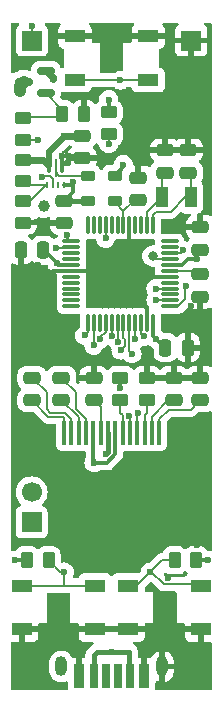
<source format=gbr>
%TF.GenerationSoftware,KiCad,Pcbnew,8.0.6*%
%TF.CreationDate,2025-01-15T19:29:55+01:00*%
%TF.ProjectId,boxmod,626f786d-6f64-42e6-9b69-6361645f7063,rev?*%
%TF.SameCoordinates,Original*%
%TF.FileFunction,Copper,L1,Top*%
%TF.FilePolarity,Positive*%
%FSLAX46Y46*%
G04 Gerber Fmt 4.6, Leading zero omitted, Abs format (unit mm)*
G04 Created by KiCad (PCBNEW 8.0.6) date 2025-01-15 19:29:55*
%MOMM*%
%LPD*%
G01*
G04 APERTURE LIST*
G04 Aperture macros list*
%AMRoundRect*
0 Rectangle with rounded corners*
0 $1 Rounding radius*
0 $2 $3 $4 $5 $6 $7 $8 $9 X,Y pos of 4 corners*
0 Add a 4 corners polygon primitive as box body*
4,1,4,$2,$3,$4,$5,$6,$7,$8,$9,$2,$3,0*
0 Add four circle primitives for the rounded corners*
1,1,$1+$1,$2,$3*
1,1,$1+$1,$4,$5*
1,1,$1+$1,$6,$7*
1,1,$1+$1,$8,$9*
0 Add four rect primitives between the rounded corners*
20,1,$1+$1,$2,$3,$4,$5,0*
20,1,$1+$1,$4,$5,$6,$7,0*
20,1,$1+$1,$6,$7,$8,$9,0*
20,1,$1+$1,$8,$9,$2,$3,0*%
G04 Aperture macros list end*
%TA.AperFunction,SMDPad,CuDef*%
%ADD10R,0.320000X2.000000*%
%TD*%
%TA.AperFunction,SMDPad,CuDef*%
%ADD11RoundRect,0.250000X-0.450000X0.262500X-0.450000X-0.262500X0.450000X-0.262500X0.450000X0.262500X0*%
%TD*%
%TA.AperFunction,SMDPad,CuDef*%
%ADD12RoundRect,0.218750X0.381250X-0.218750X0.381250X0.218750X-0.381250X0.218750X-0.381250X-0.218750X0*%
%TD*%
%TA.AperFunction,SMDPad,CuDef*%
%ADD13RoundRect,0.250000X0.475000X-0.250000X0.475000X0.250000X-0.475000X0.250000X-0.475000X-0.250000X0*%
%TD*%
%TA.AperFunction,SMDPad,CuDef*%
%ADD14RoundRect,0.250000X0.250000X0.475000X-0.250000X0.475000X-0.250000X-0.475000X0.250000X-0.475000X0*%
%TD*%
%TA.AperFunction,SMDPad,CuDef*%
%ADD15RoundRect,0.250000X0.450000X-0.262500X0.450000X0.262500X-0.450000X0.262500X-0.450000X-0.262500X0*%
%TD*%
%TA.AperFunction,SMDPad,CuDef*%
%ADD16RoundRect,0.150000X0.587500X0.150000X-0.587500X0.150000X-0.587500X-0.150000X0.587500X-0.150000X0*%
%TD*%
%TA.AperFunction,SMDPad,CuDef*%
%ADD17RoundRect,0.250000X0.262500X0.450000X-0.262500X0.450000X-0.262500X-0.450000X0.262500X-0.450000X0*%
%TD*%
%TA.AperFunction,SMDPad,CuDef*%
%ADD18RoundRect,0.250000X-0.475000X0.250000X-0.475000X-0.250000X0.475000X-0.250000X0.475000X0.250000X0*%
%TD*%
%TA.AperFunction,SMDPad,CuDef*%
%ADD19RoundRect,0.087500X-0.087500X0.487500X-0.087500X-0.487500X0.087500X-0.487500X0.087500X0.487500X0*%
%TD*%
%TA.AperFunction,SMDPad,CuDef*%
%ADD20RoundRect,0.050000X-0.050000X0.675000X-0.050000X-0.675000X0.050000X-0.675000X0.050000X0.675000X0*%
%TD*%
%TA.AperFunction,SMDPad,CuDef*%
%ADD21RoundRect,0.062500X-0.062500X0.162500X-0.062500X-0.162500X0.062500X-0.162500X0.062500X0.162500X0*%
%TD*%
%TA.AperFunction,SMDPad,CuDef*%
%ADD22R,1.800000X1.100000*%
%TD*%
%TA.AperFunction,SMDPad,CuDef*%
%ADD23RoundRect,0.075000X-0.075000X0.662500X-0.075000X-0.662500X0.075000X-0.662500X0.075000X0.662500X0*%
%TD*%
%TA.AperFunction,SMDPad,CuDef*%
%ADD24RoundRect,0.075000X-0.662500X0.075000X-0.662500X-0.075000X0.662500X-0.075000X0.662500X0.075000X0*%
%TD*%
%TA.AperFunction,ComponentPad*%
%ADD25R,1.700000X1.700000*%
%TD*%
%TA.AperFunction,SMDPad,CuDef*%
%ADD26R,0.700000X2.000000*%
%TD*%
%TA.AperFunction,SMDPad,CuDef*%
%ADD27R,0.800000X2.000000*%
%TD*%
%TA.AperFunction,SMDPad,CuDef*%
%ADD28R,0.900000X2.000000*%
%TD*%
%TA.AperFunction,ComponentPad*%
%ADD29O,1.000000X1.700000*%
%TD*%
%TA.AperFunction,SMDPad,CuDef*%
%ADD30R,1.000000X1.800000*%
%TD*%
%TA.AperFunction,SMDPad,CuDef*%
%ADD31RoundRect,0.250000X-0.250000X-0.475000X0.250000X-0.475000X0.250000X0.475000X-0.250000X0.475000X0*%
%TD*%
%TA.AperFunction,SMDPad,CuDef*%
%ADD32RoundRect,0.250000X-0.262500X-0.450000X0.262500X-0.450000X0.262500X0.450000X-0.262500X0.450000X0*%
%TD*%
%TA.AperFunction,ComponentPad*%
%ADD33C,1.700000*%
%TD*%
%TA.AperFunction,ViaPad*%
%ADD34C,0.600000*%
%TD*%
%TA.AperFunction,ViaPad*%
%ADD35C,0.800000*%
%TD*%
%TA.AperFunction,ViaPad*%
%ADD36C,1.000000*%
%TD*%
%TA.AperFunction,Conductor*%
%ADD37C,0.300000*%
%TD*%
%TA.AperFunction,Conductor*%
%ADD38C,0.200000*%
%TD*%
%TA.AperFunction,Conductor*%
%ADD39C,0.400000*%
%TD*%
%TA.AperFunction,Conductor*%
%ADD40C,0.500000*%
%TD*%
%TA.AperFunction,Conductor*%
%ADD41C,0.600000*%
%TD*%
%TA.AperFunction,Conductor*%
%ADD42C,1.000000*%
%TD*%
G04 APERTURE END LIST*
D10*
%TO.P,DS1,1,C2P*%
%TO.N,Net-(DS1-C2P)*%
X91475200Y-86500000D03*
%TO.P,DS1,2,C2N*%
%TO.N,Net-(DS1-C2N)*%
X92095200Y-86500000D03*
%TO.P,DS1,3,C1P*%
%TO.N,Net-(DS1-C1P)*%
X92715200Y-86500000D03*
%TO.P,DS1,4,C1N*%
%TO.N,Net-(DS1-C1N)*%
X93335200Y-86500000D03*
%TO.P,DS1,5,VDDB*%
%TO.N,+3.3V*%
X93955200Y-86500000D03*
%TO.P,DS1,6,N.C.*%
%TO.N,Net-(DS1-N.C.)*%
X94575200Y-86500000D03*
%TO.P,DS1,7,VSS*%
%TO.N,GND*%
X95195200Y-86500000D03*
%TO.P,DS1,8,VDD*%
%TO.N,+3.3V*%
X95815200Y-86500000D03*
%TO.P,DS1,9,RES#*%
%TO.N,Net-(DS1-RES#)*%
X96435200Y-86500000D03*
%TO.P,DS1,10,SCL*%
%TO.N,SCL*%
X97055200Y-86500000D03*
%TO.P,DS1,11,SDA*%
%TO.N,SDA*%
X97675200Y-86500000D03*
%TO.P,DS1,12,IREF*%
%TO.N,Net-(DS1-IREF)*%
X98295200Y-86500000D03*
%TO.P,DS1,13,VCOMH*%
%TO.N,Net-(DS1-VCOMH)*%
X98915200Y-86500000D03*
%TO.P,DS1,14,VCC*%
%TO.N,Net-(DS1-VCC)*%
X99535200Y-86500000D03*
%TD*%
D11*
%TO.P,R8,1*%
%TO.N,+3.3V*%
X95250000Y-59337500D03*
%TO.P,R8,2*%
%TO.N,fire*%
X95250000Y-61162500D03*
%TD*%
D12*
%TO.P,L2,1,1*%
%TO.N,+BATT*%
X93500000Y-66812500D03*
%TO.P,L2,2,2*%
%TO.N,Net-(U5-SW)*%
X93500000Y-64687500D03*
%TD*%
D13*
%TO.P,C5,1*%
%TO.N,Net-(U3-VDDANA)*%
X97750000Y-66750000D03*
%TO.P,C5,2*%
%TO.N,GND*%
X97750000Y-64850000D03*
%TD*%
D11*
%TO.P,R11,1*%
%TO.N,Net-(U5-FB)*%
X88000000Y-66837500D03*
%TO.P,R11,2*%
%TO.N,GND*%
X88000000Y-68662500D03*
%TD*%
D14*
%TO.P,C21,1*%
%TO.N,+3.3V*%
X89700000Y-71000000D03*
%TO.P,C21,2*%
%TO.N,GND*%
X87800000Y-71000000D03*
%TD*%
D15*
%TO.P,R3,1*%
%TO.N,Net-(DS1-RES#)*%
X96250000Y-83662500D03*
%TO.P,R3,2*%
%TO.N,+3.3V*%
X96250000Y-81837500D03*
%TD*%
D11*
%TO.P,R2,1*%
%TO.N,GND*%
X98500000Y-81837500D03*
%TO.P,R2,2*%
%TO.N,Net-(DS1-IREF)*%
X98500000Y-83662500D03*
%TD*%
D16*
%TO.P,Q2,1,G*%
%TO.N,Net-(Q2-G)*%
X89937500Y-57700000D03*
%TO.P,Q2,2,S*%
%TO.N,+5V*%
X89937500Y-55800000D03*
%TO.P,Q2,3,D*%
%TO.N,Net-(Q2-D)*%
X88062500Y-56750000D03*
%TD*%
D17*
%TO.P,R6,1*%
%TO.N,+3.3V*%
X102662500Y-97250000D03*
%TO.P,R6,2*%
%TO.N,moins*%
X100837500Y-97250000D03*
%TD*%
D11*
%TO.P,R10,1*%
%TO.N,+5V*%
X88000000Y-63337500D03*
%TO.P,R10,2*%
%TO.N,Net-(U5-FB)*%
X88000000Y-65162500D03*
%TD*%
D18*
%TO.P,C13,1*%
%TO.N,GND*%
X100750000Y-81800000D03*
%TO.P,C13,2*%
%TO.N,Net-(DS1-VCOMH)*%
X100750000Y-83700000D03*
%TD*%
%TO.P,C11,1*%
%TO.N,Net-(DS1-C1N)*%
X91250000Y-81800000D03*
%TO.P,C11,2*%
%TO.N,Net-(DS1-C1P)*%
X91250000Y-83700000D03*
%TD*%
D19*
%TO.P,U5,1,GND*%
%TO.N,GND*%
X91300000Y-63875000D03*
D20*
%TO.P,U5,2,SW*%
%TO.N,Net-(U5-SW)*%
X90750000Y-64025000D03*
D19*
%TO.P,U5,3,VOUT*%
%TO.N,+5V*%
X90200000Y-63875000D03*
D21*
%TO.P,U5,4,FB*%
%TO.N,Net-(U5-FB)*%
X90000000Y-65475000D03*
%TO.P,U5,5,EN*%
%TO.N,BOOST_EN*%
X90500000Y-65475000D03*
%TO.P,U5,6,MODE*%
%TO.N,unconnected-(U5-MODE-Pad6)*%
X91000000Y-65475000D03*
%TO.P,U5,7,VIN*%
%TO.N,+BATT*%
X91500000Y-65475000D03*
%TD*%
D22*
%TO.P,SW1,1,1*%
%TO.N,moins*%
X96900000Y-99400000D03*
X103100000Y-99400000D03*
%TO.P,SW1,2,2*%
%TO.N,GND*%
X96900000Y-103100000D03*
X103100000Y-103100000D03*
%TD*%
D18*
%TO.P,C6,1*%
%TO.N,GND*%
X102000000Y-62550000D03*
%TO.P,C6,2*%
%TO.N,Net-(U3-PA00)*%
X102000000Y-64450000D03*
%TD*%
%TO.P,C12,1*%
%TO.N,GND*%
X94000000Y-81800000D03*
%TO.P,C12,2*%
%TO.N,Net-(DS1-N.C.)*%
X94000000Y-83700000D03*
%TD*%
D22*
%TO.P,SW3,1,1*%
%TO.N,fire*%
X98600000Y-56600000D03*
X92400000Y-56600000D03*
%TO.P,SW3,2,2*%
%TO.N,GND*%
X98600000Y-52900000D03*
X92400000Y-52900000D03*
%TD*%
D15*
%TO.P,R12,1*%
%TO.N,PWM*%
X88000000Y-61662500D03*
%TO.P,R12,2*%
%TO.N,Net-(Q2-G)*%
X88000000Y-59837500D03*
%TD*%
D18*
%TO.P,C7,1*%
%TO.N,GND*%
X103000000Y-69050000D03*
%TO.P,C7,2*%
%TO.N,+3.3V*%
X103000000Y-70950000D03*
%TD*%
D12*
%TO.P,L1,1,1*%
%TO.N,Net-(U3-VDDANA)*%
X95750000Y-66812500D03*
%TO.P,L1,2,2*%
%TO.N,+3.3V*%
X95750000Y-64687500D03*
%TD*%
D18*
%TO.P,C15,1*%
%TO.N,GND*%
X100000000Y-62550000D03*
%TO.P,C15,2*%
%TO.N,Net-(U3-PA01)*%
X100000000Y-64450000D03*
%TD*%
D23*
%TO.P,U3,1,PA00*%
%TO.N,Net-(U3-PA00)*%
X99000000Y-68837500D03*
%TO.P,U3,2,PA01*%
%TO.N,Net-(U3-PA01)*%
X98500000Y-68837500D03*
%TO.P,U3,3,PA02*%
%TO.N,unconnected-(U3-PA02-Pad3)*%
X98000000Y-68837500D03*
%TO.P,U3,4,PA03*%
%TO.N,unconnected-(U3-PA03-Pad4)*%
X97500000Y-68837500D03*
%TO.P,U3,5,GNDANA*%
%TO.N,GND*%
X97000000Y-68837500D03*
%TO.P,U3,6,VDDANA*%
%TO.N,Net-(U3-VDDANA)*%
X96500000Y-68837500D03*
%TO.P,U3,7,PB08*%
%TO.N,unconnected-(U3-PB08-Pad7)*%
X96000000Y-68837500D03*
%TO.P,U3,8,PB09*%
%TO.N,unconnected-(U3-PB09-Pad8)*%
X95500000Y-68837500D03*
%TO.P,U3,9,PA04*%
%TO.N,fire*%
X95000000Y-68837500D03*
%TO.P,U3,10,PA05*%
%TO.N,unconnected-(U3-PA05-Pad10)*%
X94500000Y-68837500D03*
%TO.P,U3,11,PA06*%
%TO.N,unconnected-(U3-PA06-Pad11)*%
X94000000Y-68837500D03*
%TO.P,U3,12,PA07*%
%TO.N,unconnected-(U3-PA07-Pad12)*%
X93500000Y-68837500D03*
D24*
%TO.P,U3,13,PA08*%
%TO.N,PWM*%
X92087500Y-70250000D03*
%TO.P,U3,14,PA09*%
%TO.N,BOOST_EN*%
X92087500Y-70750000D03*
%TO.P,U3,15,PA10*%
%TO.N,unconnected-(U3-PA10-Pad15)*%
X92087500Y-71250000D03*
%TO.P,U3,16,PA11*%
%TO.N,unconnected-(U3-PA11-Pad16)*%
X92087500Y-71750000D03*
%TO.P,U3,17,VDDIO*%
%TO.N,+3.3V*%
X92087500Y-72250000D03*
%TO.P,U3,18,GND*%
%TO.N,GND*%
X92087500Y-72750000D03*
%TO.P,U3,19,PB10*%
%TO.N,unconnected-(U3-PB10-Pad19)*%
X92087500Y-73250000D03*
%TO.P,U3,20,PB11*%
%TO.N,unconnected-(U3-PB11-Pad20)*%
X92087500Y-73750000D03*
%TO.P,U3,21,PA12*%
%TO.N,unconnected-(U3-PA12-Pad21)*%
X92087500Y-74250000D03*
%TO.P,U3,22,PA13*%
%TO.N,unconnected-(U3-PA13-Pad22)*%
X92087500Y-74750000D03*
%TO.P,U3,23,PA14*%
%TO.N,unconnected-(U3-PA14-Pad23)*%
X92087500Y-75250000D03*
%TO.P,U3,24,PA15*%
%TO.N,unconnected-(U3-PA15-Pad24)*%
X92087500Y-75750000D03*
D23*
%TO.P,U3,25,PA16*%
%TO.N,MOSI*%
X93500000Y-77162500D03*
%TO.P,U3,26,PA17*%
%TO.N,SCK*%
X94000000Y-77162500D03*
%TO.P,U3,27,PA18*%
%TO.N,ss*%
X94500000Y-77162500D03*
%TO.P,U3,28,PA19*%
%TO.N,MISO*%
X95000000Y-77162500D03*
%TO.P,U3,29,PA20*%
%TO.N,plus*%
X95500000Y-77162500D03*
%TO.P,U3,30,PA21*%
%TO.N,moins*%
X96000000Y-77162500D03*
%TO.P,U3,31,PA22*%
%TO.N,SDA*%
X96500000Y-77162500D03*
%TO.P,U3,32,PA23*%
%TO.N,SCL*%
X97000000Y-77162500D03*
%TO.P,U3,33,PA24*%
%TO.N,batV*%
X97500000Y-77162500D03*
%TO.P,U3,34,PA25*%
%TO.N,BatVoltSw*%
X98000000Y-77162500D03*
%TO.P,U3,35,GND*%
%TO.N,GND*%
X98500000Y-77162500D03*
%TO.P,U3,36,VDDIO*%
%TO.N,+3.3V*%
X99000000Y-77162500D03*
D24*
%TO.P,U3,37,PB22*%
%TO.N,TXD*%
X100412500Y-75750000D03*
%TO.P,U3,38,PB23*%
%TO.N,RXD*%
X100412500Y-75250000D03*
%TO.P,U3,39,PA27*%
%TO.N,unconnected-(U3-PA27-Pad39)*%
X100412500Y-74750000D03*
%TO.P,U3,40,~{RESET}*%
%TO.N,RESET*%
X100412500Y-74250000D03*
%TO.P,U3,41,PA28*%
%TO.N,unconnected-(U3-PA28-Pad41)*%
X100412500Y-73750000D03*
%TO.P,U3,42,GND*%
%TO.N,GND*%
X100412500Y-73250000D03*
%TO.P,U3,43,VDDCORE*%
%TO.N,Net-(U3-VDDCORE)*%
X100412500Y-72750000D03*
%TO.P,U3,44,VDDIN*%
%TO.N,+3.3V*%
X100412500Y-72250000D03*
%TO.P,U3,45,PA30*%
%TO.N,coil+*%
X100412500Y-71750000D03*
%TO.P,U3,46,PA31*%
%TO.N,CoilResSw*%
X100412500Y-71250000D03*
%TO.P,U3,47,PB02*%
%TO.N,unconnected-(U3-PB02-Pad47)*%
X100412500Y-70750000D03*
%TO.P,U3,48,PB03*%
%TO.N,unconnected-(U3-PB03-Pad48)*%
X100412500Y-70250000D03*
%TD*%
D25*
%TO.P,J5,1,Pin_1*%
%TO.N,GND*%
X102250000Y-53250000D03*
%TD*%
D18*
%TO.P,C14,1*%
%TO.N,GND*%
X103000000Y-81800000D03*
%TO.P,C14,2*%
%TO.N,Net-(DS1-VCC)*%
X103000000Y-83700000D03*
%TD*%
D22*
%TO.P,SW2,1,1*%
%TO.N,plus*%
X87900000Y-99400000D03*
X94100000Y-99400000D03*
%TO.P,SW2,2,2*%
%TO.N,GND*%
X87900000Y-103100000D03*
X94100000Y-103100000D03*
%TD*%
D18*
%TO.P,C9,1*%
%TO.N,+5V*%
X93000000Y-61300000D03*
%TO.P,C9,2*%
%TO.N,GND*%
X93000000Y-63200000D03*
%TD*%
D26*
%TO.P,J1,A5,CC1*%
%TO.N,unconnected-(J1-CC1-PadA5)*%
X96000000Y-107050000D03*
D27*
%TO.P,J1,A9,VBUS*%
%TO.N,+USB5V*%
X97020000Y-107050000D03*
D28*
%TO.P,J1,A12,GND*%
%TO.N,GND*%
X98250000Y-107050000D03*
D26*
%TO.P,J1,B5,CC2*%
%TO.N,unconnected-(J1-CC2-PadB5)*%
X95000000Y-107050000D03*
D27*
%TO.P,J1,B9,VBUS*%
%TO.N,+USB5V*%
X93980000Y-107050000D03*
D28*
%TO.P,J1,B12,GND*%
%TO.N,GND*%
X92750000Y-107050000D03*
D29*
%TO.P,J1,S1,SHIELD*%
X99770000Y-106250000D03*
%TO.P,J1,S2*%
%TO.N,N/C*%
X91230000Y-106250000D03*
%TD*%
D18*
%TO.P,C8,1*%
%TO.N,+BATT*%
X91500000Y-66800000D03*
%TO.P,C8,2*%
%TO.N,GND*%
X91500000Y-68700000D03*
%TD*%
D30*
%TO.P,Y1,1,1*%
%TO.N,Net-(U3-PA00)*%
X102250000Y-66500000D03*
%TO.P,Y1,2,2*%
%TO.N,Net-(U3-PA01)*%
X99750000Y-66500000D03*
%TD*%
D25*
%TO.P,J4,1,Pin_1*%
%TO.N,coil+*%
X88750000Y-53250000D03*
%TD*%
D17*
%TO.P,R13,1*%
%TO.N,GND*%
X93162500Y-59500000D03*
%TO.P,R13,2*%
%TO.N,Net-(Q2-G)*%
X91337500Y-59500000D03*
%TD*%
D31*
%TO.P,C20,1*%
%TO.N,+3.3V*%
X100050000Y-79250000D03*
%TO.P,C20,2*%
%TO.N,GND*%
X101950000Y-79250000D03*
%TD*%
D18*
%TO.P,C10,1*%
%TO.N,Net-(DS1-C2N)*%
X88750000Y-81800000D03*
%TO.P,C10,2*%
%TO.N,Net-(DS1-C2P)*%
X88750000Y-83700000D03*
%TD*%
%TO.P,C4,1*%
%TO.N,Net-(U3-VDDCORE)*%
X103000000Y-73050000D03*
%TO.P,C4,2*%
%TO.N,GND*%
X103000000Y-74950000D03*
%TD*%
D32*
%TO.P,R7,1*%
%TO.N,+3.3V*%
X88337500Y-97250000D03*
%TO.P,R7,2*%
%TO.N,plus*%
X90162500Y-97250000D03*
%TD*%
D33*
%TO.P,BT1,1,+*%
%TO.N,/+BT1*%
X88725000Y-91500000D03*
D25*
%TO.P,BT1,2,-*%
%TO.N,/-BT1*%
X88725000Y-94040000D03*
%TD*%
D34*
%TO.N,GND*%
X91800000Y-63650000D03*
X94025000Y-63200000D03*
X91925000Y-63050000D03*
X89150000Y-68625000D03*
%TO.N,+BATT*%
X92250000Y-65250000D03*
%TO.N,RXD*%
X99250000Y-75250000D03*
%TO.N,TXD*%
X101825000Y-74000000D03*
%TO.N,MISO*%
X94550000Y-78500000D03*
%TO.N,RESET*%
X99250000Y-74250000D03*
%TO.N,SCK*%
X94000000Y-79050000D03*
%TO.N,MOSI*%
X93222182Y-78222182D03*
%TO.N,moins*%
X98750000Y-98250000D03*
X96054957Y-78754503D03*
%TO.N,plus*%
X91500000Y-98250000D03*
X95500000Y-78250000D03*
%TO.N,fire*%
X96250000Y-56600000D03*
X95250000Y-62000000D03*
X95000000Y-70000000D03*
%TO.N,PWM*%
X91750000Y-69750000D03*
X89250000Y-61662500D03*
%TO.N,BOOST_EN*%
X90750000Y-70800000D03*
X89575000Y-64800000D03*
%TO.N,SDA*%
X97750000Y-84750000D03*
X96287800Y-79467449D03*
%TO.N,SCL*%
X97225000Y-79775000D03*
X97000000Y-85000000D03*
%TO.N,+USB5V*%
X95500000Y-105000000D03*
%TO.N,+5V*%
X90500000Y-56500000D03*
X91500000Y-61327004D03*
%TO.N,+3.3V*%
X103700000Y-97250000D03*
X95250000Y-58250000D03*
X102750000Y-71750000D03*
X99250000Y-78500000D03*
X96500000Y-63750000D03*
X96250000Y-82700000D03*
X87300000Y-97250000D03*
X94000000Y-89000000D03*
X90875000Y-72125000D03*
%TO.N,coil+*%
X88750000Y-52050000D03*
D35*
X99000000Y-71500000D03*
D34*
%TO.N,batV*%
X97512230Y-78554820D03*
%TO.N,GND*%
X97000000Y-72750000D03*
X91000000Y-101250000D03*
X92750000Y-105750000D03*
X100250000Y-98750000D03*
X100750000Y-69000000D03*
X95000000Y-88250000D03*
X94750000Y-63150000D03*
X96500000Y-71500000D03*
X94500000Y-72750000D03*
X102195000Y-75750000D03*
X89263909Y-72236091D03*
X103000000Y-87750000D03*
X95750000Y-90750000D03*
X98250000Y-105750000D03*
X91000000Y-95000000D03*
X102750000Y-96000000D03*
X89000000Y-80250000D03*
X94500000Y-71500000D03*
X91300000Y-63050000D03*
X100275000Y-101500000D03*
X87500000Y-95750000D03*
X87750000Y-90000000D03*
%TO.N,CoilResSw*%
X101560468Y-71028689D03*
%TO.N,BatVoltSw*%
X98221311Y-78310468D03*
D36*
%TO.N,Net-(Q2-D)*%
X87750000Y-57500000D03*
X89750000Y-67250000D03*
%TD*%
D37*
%TO.N,GND*%
X91925000Y-63050000D02*
X92850000Y-63050000D01*
D38*
%TO.N,BOOST_EN*%
X89575000Y-64800000D02*
X89625000Y-64750000D01*
X89625000Y-64750000D02*
X90250000Y-64750000D01*
X90250000Y-64750000D02*
X90500000Y-65000000D01*
X90500000Y-65000000D02*
X90500000Y-65475000D01*
%TO.N,Net-(U5-FB)*%
X88250000Y-65162500D02*
X88587500Y-65500000D01*
X88587500Y-65500000D02*
X89975000Y-65500000D01*
X89975000Y-65500000D02*
X90000000Y-65475000D01*
D37*
%TO.N,GND*%
X91300000Y-63050000D02*
X91925000Y-63050000D01*
X92850000Y-63050000D02*
X93000000Y-63200000D01*
X91300000Y-63050000D02*
X91300000Y-63875000D01*
D38*
%TO.N,PWM*%
X91750000Y-69750000D02*
X91750000Y-70000000D01*
X91750000Y-70000000D02*
X92000000Y-70250000D01*
D37*
%TO.N,+BATT*%
X92025000Y-65475000D02*
X92250000Y-65250000D01*
X91500000Y-65475000D02*
X92025000Y-65475000D01*
X92250000Y-66050000D02*
X91500000Y-66800000D01*
D39*
X93487500Y-66800000D02*
X91500000Y-66800000D01*
D37*
X92250000Y-65250000D02*
X92250000Y-66050000D01*
D38*
%TO.N,RXD*%
X99250000Y-75250000D02*
X100412500Y-75250000D01*
%TO.N,TXD*%
X101750000Y-75149999D02*
X101149999Y-75750000D01*
X101750000Y-74075000D02*
X101750000Y-75149999D01*
X101825000Y-74000000D02*
X101750000Y-74075000D01*
X101149999Y-75750000D02*
X100412500Y-75750000D01*
%TO.N,MISO*%
X94550000Y-78349999D02*
X95000000Y-77899999D01*
X94550000Y-78500000D02*
X94550000Y-78349999D01*
X95000000Y-77899999D02*
X95000000Y-77162500D01*
%TO.N,RESET*%
X99250000Y-74250000D02*
X100412500Y-74250000D01*
%TO.N,SCK*%
X94000000Y-79050000D02*
X94000000Y-77162500D01*
%TO.N,MOSI*%
X93500000Y-77944364D02*
X93500000Y-77162500D01*
X93222182Y-78222182D02*
X93500000Y-77944364D01*
%TO.N,Net-(U5-SW)*%
X93487500Y-64700000D02*
X91070278Y-64700000D01*
X91070278Y-64700000D02*
X90750000Y-64379722D01*
%TO.N,Net-(Q2-G)*%
X91337500Y-59100000D02*
X89937500Y-57700000D01*
X91087500Y-59750000D02*
X88087500Y-59750000D01*
%TO.N,moins*%
X98750000Y-98250000D02*
X99750000Y-97250000D01*
X96054957Y-78754503D02*
X96054957Y-77217457D01*
X98750000Y-98250000D02*
X97600000Y-99400000D01*
X103000000Y-99300000D02*
X99925000Y-99300000D01*
X99925000Y-99300000D02*
X98875000Y-98250000D01*
X103100000Y-99400000D02*
X103000000Y-99300000D01*
X99750000Y-97250000D02*
X100837500Y-97250000D01*
X98875000Y-98250000D02*
X98750000Y-98250000D01*
X97600000Y-99400000D02*
X96900000Y-99400000D01*
X96054957Y-77217457D02*
X96000000Y-77162500D01*
%TO.N,plus*%
X91162500Y-98250000D02*
X90162500Y-97250000D01*
X91500000Y-99400000D02*
X87900000Y-99400000D01*
X95500000Y-78250000D02*
X95500000Y-77162500D01*
X91500000Y-98250000D02*
X91162500Y-98250000D01*
X94100000Y-99400000D02*
X91500000Y-99400000D01*
X91500000Y-98250000D02*
X91500000Y-99400000D01*
%TO.N,fire*%
X95000000Y-70000000D02*
X95000000Y-68837500D01*
X95250000Y-61162500D02*
X95250000Y-62000000D01*
X96250000Y-56600000D02*
X98600000Y-56600000D01*
X96250000Y-56600000D02*
X92400000Y-56600000D01*
%TO.N,Net-(U5-FB)*%
X88604351Y-66837500D02*
X89983426Y-65458425D01*
X88000000Y-66837500D02*
X88604351Y-66837500D01*
%TO.N,PWM*%
X89250000Y-61662500D02*
X88000000Y-61662500D01*
%TO.N,BOOST_EN*%
X90750000Y-70800000D02*
X92037500Y-70800000D01*
%TO.N,Net-(DS1-C2P)*%
X90150000Y-85100000D02*
X88750000Y-83700000D01*
X91475200Y-86425200D02*
X91475200Y-85174974D01*
X91400226Y-85100000D02*
X90150000Y-85100000D01*
X91475200Y-85174974D02*
X91400226Y-85100000D01*
%TO.N,Net-(DS1-C2N)*%
X92095200Y-86500000D02*
X92095200Y-85300000D01*
X91545200Y-84750000D02*
X90294974Y-84750000D01*
X90000000Y-83050000D02*
X88750000Y-81800000D01*
X90000000Y-84455026D02*
X90000000Y-83050000D01*
X90294974Y-84750000D02*
X90000000Y-84455026D01*
X92095200Y-85300000D02*
X91545200Y-84750000D01*
%TO.N,Net-(DS1-C1P)*%
X92715200Y-86500000D02*
X92715200Y-85165200D01*
X92715200Y-85165200D02*
X91250000Y-83700000D01*
%TO.N,Net-(DS1-C1N)*%
X92500000Y-84455026D02*
X92500000Y-83050000D01*
X93335200Y-85290226D02*
X92500000Y-84455026D01*
X93335200Y-86500000D02*
X93335200Y-85290226D01*
X92500000Y-83050000D02*
X91250000Y-81800000D01*
%TO.N,Net-(DS1-N.C.)*%
X94575200Y-84275200D02*
X94575200Y-86500000D01*
X94000000Y-83700000D02*
X94575200Y-84275200D01*
%TO.N,Net-(DS1-VCOMH)*%
X98915200Y-86500000D02*
X98915200Y-85084800D01*
X98915200Y-85084800D02*
X100300000Y-83700000D01*
%TO.N,Net-(DS1-VCC)*%
X99535200Y-85285200D02*
X100320400Y-84500000D01*
X100320400Y-84500000D02*
X102200000Y-84500000D01*
X99535200Y-86500000D02*
X99535200Y-85285200D01*
X102200000Y-84500000D02*
X103000000Y-83700000D01*
%TO.N,Net-(DS1-IREF)*%
X98295200Y-84954800D02*
X98500000Y-84750000D01*
X98295200Y-86500000D02*
X98295200Y-84954800D01*
X98500000Y-84750000D02*
X98500000Y-83662500D01*
%TO.N,Net-(DS1-RES#)*%
X96250000Y-83662500D02*
X96250000Y-84750000D01*
X96435200Y-84935200D02*
X96435200Y-86500000D01*
X96250000Y-84750000D02*
X96435200Y-84935200D01*
%TO.N,SDA*%
X96500000Y-78421731D02*
X96500000Y-77162500D01*
X96604957Y-78526688D02*
X96500000Y-78421731D01*
X97675200Y-84824800D02*
X97750000Y-84750000D01*
X96604957Y-79150292D02*
X96604957Y-78526688D01*
X97675200Y-86500000D02*
X97675200Y-84824800D01*
X96287800Y-79467449D02*
X96604957Y-79150292D01*
%TO.N,SCL*%
X97225000Y-79775000D02*
X96962230Y-79512230D01*
X97055200Y-86500000D02*
X97055200Y-85055200D01*
X97055200Y-85055200D02*
X97000000Y-85000000D01*
X96962230Y-79512230D02*
X96962230Y-77200270D01*
D39*
%TO.N,+USB5V*%
X93980000Y-106700000D02*
X93980000Y-105300000D01*
X97000000Y-105000000D02*
X97000000Y-106680000D01*
X93980000Y-105300000D02*
X94280000Y-105000000D01*
X95750000Y-105000000D02*
X97000000Y-105000000D01*
X95500000Y-105000000D02*
X95750000Y-105000000D01*
X94280000Y-105000000D02*
X95500000Y-105000000D01*
D40*
%TO.N,+5V*%
X90200000Y-62627004D02*
X90200000Y-63875000D01*
D41*
X90500000Y-56362500D02*
X89937500Y-55800000D01*
D40*
X89662500Y-63337500D02*
X90200000Y-63875000D01*
D41*
X88250000Y-63337500D02*
X89662500Y-63337500D01*
X90500000Y-56500000D02*
X90500000Y-56362500D01*
X91500000Y-61327004D02*
X92972996Y-61327004D01*
X91500000Y-61327004D02*
X90200000Y-62627004D01*
D38*
%TO.N,Net-(U3-VDDCORE)*%
X100412500Y-72750000D02*
X102700000Y-72750000D01*
D37*
%TO.N,+3.3V*%
X100000000Y-79250000D02*
X99250000Y-78500000D01*
X90875000Y-72125000D02*
X89750000Y-71000000D01*
X95815200Y-88283329D02*
X95098529Y-89000000D01*
X96250000Y-82700000D02*
X96250000Y-81837500D01*
X90875000Y-72125000D02*
X91000000Y-72250000D01*
X91000000Y-72250000D02*
X92087500Y-72250000D01*
X95250000Y-58250000D02*
X95250000Y-59337500D01*
X101500000Y-72250000D02*
X100412500Y-72250000D01*
X95815200Y-86500000D02*
X95815200Y-88283329D01*
X93955200Y-88705200D02*
X93955200Y-86500000D01*
X88337500Y-97250000D02*
X87300000Y-97250000D01*
X94000000Y-88750000D02*
X93955200Y-88705200D01*
X102750000Y-71750000D02*
X102000000Y-71750000D01*
X94000000Y-89000000D02*
X94000000Y-88750000D01*
X102750000Y-71750000D02*
X102750000Y-71200000D01*
X95098529Y-89000000D02*
X94000000Y-89000000D01*
X96500000Y-63937500D02*
X95750000Y-64687500D01*
X99000000Y-78250000D02*
X99250000Y-78500000D01*
X96500000Y-63750000D02*
X96500000Y-63937500D01*
X99000000Y-77162500D02*
X99000000Y-78250000D01*
X102662500Y-97250000D02*
X103700000Y-97250000D01*
X102000000Y-71750000D02*
X101500000Y-72250000D01*
D38*
%TO.N,Net-(U3-VDDANA)*%
X96500000Y-67718750D02*
X97468750Y-66750000D01*
X96500000Y-67656250D02*
X95750000Y-66906250D01*
X96500000Y-68837500D02*
X96500000Y-67656250D01*
X96500000Y-68837500D02*
X96500000Y-67718750D01*
%TO.N,Net-(U3-PA00)*%
X99250000Y-67750000D02*
X99000000Y-68000000D01*
X100500000Y-67750000D02*
X99250000Y-67750000D01*
X101750000Y-66500000D02*
X100500000Y-67750000D01*
X102250000Y-66500000D02*
X101750000Y-66500000D01*
X99000000Y-68000000D02*
X99000000Y-68837500D01*
X102250000Y-66500000D02*
X102250000Y-64700000D01*
%TO.N,Net-(U3-PA01)*%
X99750000Y-66500000D02*
X98500000Y-67750000D01*
X99750000Y-66500000D02*
X99750000Y-64700000D01*
X98500000Y-67750000D02*
X98500000Y-68837500D01*
%TO.N,coil+*%
X99250000Y-71750000D02*
X100412500Y-71750000D01*
X88750000Y-52050000D02*
X88750000Y-53250000D01*
X99000000Y-71500000D02*
X99250000Y-71750000D01*
%TO.N,batV*%
X97500000Y-77162500D02*
X97500000Y-78000000D01*
X97500000Y-78000000D02*
X97500000Y-78542590D01*
X97500000Y-78542590D02*
X97512230Y-78554820D01*
D39*
%TO.N,GND*%
X95195200Y-86500000D02*
X95195200Y-88054800D01*
X95195200Y-88054800D02*
X95000000Y-88250000D01*
D37*
X98500000Y-77162500D02*
X98500000Y-76250000D01*
X98500000Y-76250000D02*
X98500000Y-76000000D01*
X97000000Y-68837500D02*
X97000000Y-70500000D01*
X100412500Y-73250000D02*
X98750000Y-73250000D01*
X92087500Y-72750000D02*
X93750000Y-72750000D01*
X92087500Y-72750000D02*
X90500000Y-72750000D01*
D38*
%TO.N,CoilResSw*%
X101560468Y-71028689D02*
X101339157Y-71250000D01*
X101339157Y-71250000D02*
X100412500Y-71250000D01*
%TO.N,BatVoltSw*%
X98000000Y-77162500D02*
X98000000Y-78089157D01*
X98000000Y-78089157D02*
X98221311Y-78310468D01*
D42*
%TO.N,Net-(Q2-D)*%
X87750000Y-57500000D02*
X87750000Y-57062500D01*
X87750000Y-57062500D02*
X88062500Y-56750000D01*
%TD*%
%TA.AperFunction,Conductor*%
%TO.N,GND*%
G36*
X98855833Y-99095914D02*
G01*
X98900180Y-99124415D01*
X99440139Y-99664374D01*
X99440149Y-99664385D01*
X99444479Y-99668715D01*
X99444480Y-99668716D01*
X99556284Y-99780520D01*
X99635062Y-99826001D01*
X99643095Y-99830639D01*
X99643097Y-99830641D01*
X99693213Y-99859576D01*
X99693215Y-99859577D01*
X99845942Y-99900500D01*
X99845943Y-99900500D01*
X100876000Y-99900500D01*
X100943039Y-99920185D01*
X100988794Y-99972989D01*
X101000000Y-100024500D01*
X101000000Y-102550000D01*
X101576000Y-102550000D01*
X101643039Y-102569685D01*
X101688794Y-102622489D01*
X101700000Y-102674000D01*
X101700000Y-102850000D01*
X103226000Y-102850000D01*
X103293039Y-102869685D01*
X103338794Y-102922489D01*
X103350000Y-102974000D01*
X103350000Y-104150000D01*
X103875500Y-104150000D01*
X103942539Y-104169685D01*
X103988294Y-104222489D01*
X103999500Y-104274000D01*
X103999500Y-108125500D01*
X103979815Y-108192539D01*
X103927011Y-108238294D01*
X103875500Y-108249500D01*
X99321740Y-108249500D01*
X99254701Y-108229815D01*
X99208946Y-108177011D01*
X99198450Y-108112245D01*
X99199999Y-108097828D01*
X99200000Y-108097827D01*
X99200000Y-107631870D01*
X99219685Y-107564831D01*
X99272489Y-107519076D01*
X99341647Y-107509132D01*
X99371452Y-107517309D01*
X99478308Y-107561569D01*
X99520000Y-107569862D01*
X99520000Y-106649728D01*
X99558060Y-106741614D01*
X99628386Y-106811940D01*
X99720272Y-106850000D01*
X99819728Y-106850000D01*
X99911614Y-106811940D01*
X99981940Y-106741614D01*
X100020000Y-106649728D01*
X100020000Y-107569862D01*
X100061690Y-107561569D01*
X100061692Y-107561569D01*
X100243671Y-107486192D01*
X100243684Y-107486185D01*
X100407462Y-107376751D01*
X100407466Y-107376748D01*
X100546748Y-107237466D01*
X100546751Y-107237462D01*
X100656185Y-107073684D01*
X100656192Y-107073671D01*
X100731569Y-106891693D01*
X100731572Y-106891681D01*
X100769999Y-106698495D01*
X100770000Y-106698492D01*
X100770000Y-106500000D01*
X100020000Y-106500000D01*
X100020000Y-106000000D01*
X100770000Y-106000000D01*
X100770000Y-105801508D01*
X100769999Y-105801504D01*
X100731572Y-105608318D01*
X100731569Y-105608306D01*
X100656192Y-105426328D01*
X100656185Y-105426315D01*
X100546751Y-105262537D01*
X100546748Y-105262533D01*
X100407466Y-105123251D01*
X100407462Y-105123248D01*
X100243684Y-105013814D01*
X100243671Y-105013807D01*
X100061691Y-104938429D01*
X100061683Y-104938427D01*
X100020000Y-104930135D01*
X100020000Y-105850272D01*
X99981940Y-105758386D01*
X99911614Y-105688060D01*
X99819728Y-105650000D01*
X99720272Y-105650000D01*
X99628386Y-105688060D01*
X99558060Y-105758386D01*
X99520000Y-105850272D01*
X99520000Y-104930136D01*
X99519999Y-104930135D01*
X99478316Y-104938427D01*
X99478308Y-104938429D01*
X99296328Y-105013807D01*
X99296315Y-105013814D01*
X99132537Y-105123248D01*
X99132533Y-105123251D01*
X98993251Y-105262533D01*
X98993248Y-105262537D01*
X98883814Y-105426315D01*
X98883807Y-105426327D01*
X98864289Y-105473452D01*
X98820449Y-105527856D01*
X98754155Y-105549921D01*
X98749728Y-105550000D01*
X98500000Y-105550000D01*
X98500000Y-107176000D01*
X98480315Y-107243039D01*
X98427511Y-107288794D01*
X98376000Y-107300000D01*
X98124000Y-107300000D01*
X98056961Y-107280315D01*
X98011206Y-107227511D01*
X98000000Y-107176000D01*
X98000000Y-105550000D01*
X97824500Y-105550000D01*
X97757461Y-105530315D01*
X97711706Y-105477511D01*
X97700500Y-105426000D01*
X97700500Y-104931004D01*
X97673581Y-104795677D01*
X97673580Y-104795676D01*
X97673580Y-104795672D01*
X97673578Y-104795667D01*
X97620778Y-104668195D01*
X97620771Y-104668182D01*
X97544114Y-104553458D01*
X97544111Y-104553454D01*
X97446545Y-104455888D01*
X97446541Y-104455885D01*
X97328635Y-104377102D01*
X97283830Y-104323490D01*
X97275123Y-104254165D01*
X97305278Y-104191137D01*
X97364721Y-104154418D01*
X97397526Y-104150000D01*
X97847828Y-104150000D01*
X97847844Y-104149999D01*
X97907372Y-104143598D01*
X97907379Y-104143596D01*
X98042086Y-104093354D01*
X98042093Y-104093350D01*
X98157187Y-104007190D01*
X98157190Y-104007187D01*
X98243350Y-103892093D01*
X98243354Y-103892086D01*
X98293596Y-103757379D01*
X98293598Y-103757372D01*
X98299999Y-103697844D01*
X101700000Y-103697844D01*
X101706401Y-103757372D01*
X101706403Y-103757379D01*
X101756645Y-103892086D01*
X101756649Y-103892093D01*
X101842809Y-104007187D01*
X101842812Y-104007190D01*
X101957906Y-104093350D01*
X101957913Y-104093354D01*
X102092620Y-104143596D01*
X102092627Y-104143598D01*
X102152155Y-104149999D01*
X102152172Y-104150000D01*
X102850000Y-104150000D01*
X102850000Y-103350000D01*
X101700000Y-103350000D01*
X101700000Y-103697844D01*
X98299999Y-103697844D01*
X98300000Y-103697827D01*
X98300000Y-103350000D01*
X92700000Y-103350000D01*
X92700000Y-103697844D01*
X92706401Y-103757372D01*
X92706403Y-103757379D01*
X92756645Y-103892086D01*
X92756649Y-103892093D01*
X92842809Y-104007187D01*
X92842812Y-104007190D01*
X92957906Y-104093350D01*
X92957913Y-104093354D01*
X93092620Y-104143596D01*
X93092627Y-104143598D01*
X93152155Y-104149999D01*
X93152172Y-104150000D01*
X93882475Y-104150000D01*
X93949514Y-104169685D01*
X93995269Y-104222489D01*
X94005213Y-104291647D01*
X93976188Y-104355203D01*
X93951365Y-104377102D01*
X93833461Y-104455882D01*
X93833453Y-104455888D01*
X93435887Y-104853454D01*
X93384070Y-104931006D01*
X93384069Y-104931007D01*
X93359229Y-104968180D01*
X93359221Y-104968195D01*
X93306421Y-105095667D01*
X93306418Y-105095677D01*
X93279500Y-105231004D01*
X93279500Y-105426000D01*
X93259815Y-105493039D01*
X93207011Y-105538794D01*
X93155500Y-105550000D01*
X93000000Y-105550000D01*
X93000000Y-107176000D01*
X92980315Y-107243039D01*
X92927511Y-107288794D01*
X92876000Y-107300000D01*
X92624000Y-107300000D01*
X92556961Y-107280315D01*
X92511206Y-107227511D01*
X92500000Y-107176000D01*
X92500000Y-105550000D01*
X92250813Y-105550000D01*
X92183774Y-105530315D01*
X92138019Y-105477511D01*
X92136252Y-105473452D01*
X92116635Y-105426092D01*
X92116628Y-105426079D01*
X92007139Y-105262218D01*
X92007136Y-105262214D01*
X91867785Y-105122863D01*
X91867781Y-105122860D01*
X91703920Y-105013371D01*
X91703907Y-105013364D01*
X91521839Y-104937950D01*
X91521829Y-104937947D01*
X91328543Y-104899500D01*
X91328541Y-104899500D01*
X91131459Y-104899500D01*
X91131457Y-104899500D01*
X90938170Y-104937947D01*
X90938160Y-104937950D01*
X90756092Y-105013364D01*
X90756079Y-105013371D01*
X90592218Y-105122860D01*
X90592214Y-105122863D01*
X90452863Y-105262214D01*
X90452860Y-105262218D01*
X90343371Y-105426079D01*
X90343364Y-105426092D01*
X90267950Y-105608160D01*
X90267947Y-105608170D01*
X90229500Y-105801456D01*
X90229500Y-105801459D01*
X90229500Y-106698541D01*
X90229500Y-106698543D01*
X90229499Y-106698543D01*
X90267947Y-106891829D01*
X90267950Y-106891839D01*
X90343364Y-107073907D01*
X90343371Y-107073920D01*
X90452860Y-107237781D01*
X90452863Y-107237785D01*
X90592214Y-107377136D01*
X90592218Y-107377139D01*
X90756079Y-107486628D01*
X90756092Y-107486635D01*
X90834413Y-107519076D01*
X90938165Y-107562051D01*
X90938169Y-107562051D01*
X90938170Y-107562052D01*
X91131456Y-107600500D01*
X91131459Y-107600500D01*
X91328543Y-107600500D01*
X91482567Y-107569862D01*
X91521835Y-107562051D01*
X91628549Y-107517848D01*
X91698016Y-107510380D01*
X91760496Y-107541655D01*
X91796148Y-107601744D01*
X91800000Y-107632410D01*
X91800000Y-108097828D01*
X91801550Y-108112245D01*
X91789144Y-108181004D01*
X91741534Y-108232142D01*
X91678260Y-108249500D01*
X87124500Y-108249500D01*
X87057461Y-108229815D01*
X87011706Y-108177011D01*
X87000500Y-108125500D01*
X87000500Y-104274000D01*
X87020185Y-104206961D01*
X87072989Y-104161206D01*
X87124500Y-104150000D01*
X87650000Y-104150000D01*
X88150000Y-104150000D01*
X88847828Y-104150000D01*
X88847844Y-104149999D01*
X88907372Y-104143598D01*
X88907379Y-104143596D01*
X89042086Y-104093354D01*
X89042093Y-104093350D01*
X89157187Y-104007190D01*
X89157190Y-104007187D01*
X89243350Y-103892093D01*
X89243354Y-103892086D01*
X89293596Y-103757379D01*
X89293598Y-103757372D01*
X89299999Y-103697844D01*
X89300000Y-103697827D01*
X89300000Y-103350000D01*
X88150000Y-103350000D01*
X88150000Y-104150000D01*
X87650000Y-104150000D01*
X87650000Y-102974000D01*
X87669685Y-102906961D01*
X87722489Y-102861206D01*
X87774000Y-102850000D01*
X89300000Y-102850000D01*
X89300000Y-102674000D01*
X89319685Y-102606961D01*
X89372489Y-102561206D01*
X89424000Y-102550000D01*
X90000000Y-102550000D01*
X90000000Y-100124500D01*
X90019685Y-100057461D01*
X90072489Y-100011706D01*
X90124000Y-100000500D01*
X91420943Y-100000500D01*
X91579057Y-100000500D01*
X91876000Y-100000500D01*
X91943039Y-100020185D01*
X91988794Y-100072989D01*
X92000000Y-100124500D01*
X92000000Y-102550000D01*
X92576000Y-102550000D01*
X92643039Y-102569685D01*
X92688794Y-102622489D01*
X92700000Y-102674000D01*
X92700000Y-102850000D01*
X98300000Y-102850000D01*
X98300000Y-102674000D01*
X98319685Y-102606961D01*
X98372489Y-102561206D01*
X98424000Y-102550000D01*
X99000000Y-102550000D01*
X99000000Y-99950000D01*
X98424500Y-99950000D01*
X98357461Y-99930315D01*
X98311706Y-99877511D01*
X98300500Y-99826001D01*
X98300499Y-99600097D01*
X98320183Y-99533057D01*
X98336813Y-99512420D01*
X98724820Y-99124413D01*
X98786141Y-99090930D01*
X98855833Y-99095914D01*
G37*
%TD.AperFunction*%
%TA.AperFunction,Conductor*%
G36*
X87993039Y-70769685D02*
G01*
X88038794Y-70822489D01*
X88050000Y-70874000D01*
X88050000Y-72224999D01*
X88099972Y-72224999D01*
X88099986Y-72224998D01*
X88202697Y-72214505D01*
X88369119Y-72159358D01*
X88369124Y-72159356D01*
X88518345Y-72067315D01*
X88642318Y-71943342D01*
X88644165Y-71940348D01*
X88645969Y-71938724D01*
X88646798Y-71937677D01*
X88646976Y-71937818D01*
X88696110Y-71893621D01*
X88765073Y-71882396D01*
X88829156Y-71910236D01*
X88855243Y-71940341D01*
X88857288Y-71943656D01*
X88981344Y-72067712D01*
X89130666Y-72159814D01*
X89297203Y-72214999D01*
X89399991Y-72225500D01*
X89974091Y-72225499D01*
X90041130Y-72245183D01*
X90086885Y-72297987D01*
X90091133Y-72308545D01*
X90149210Y-72474521D01*
X90228758Y-72601120D01*
X90245184Y-72627262D01*
X90372738Y-72754816D01*
X90525478Y-72850789D01*
X90695745Y-72910368D01*
X90751144Y-72916609D01*
X90815554Y-72943674D01*
X90855111Y-73001268D01*
X90860198Y-73056013D01*
X90849501Y-73137267D01*
X90849500Y-73137286D01*
X90849500Y-73362727D01*
X90865374Y-73483292D01*
X90862399Y-73483683D01*
X90862399Y-73516316D01*
X90865374Y-73516708D01*
X90849500Y-73637272D01*
X90849500Y-73862727D01*
X90865374Y-73983292D01*
X90862399Y-73983683D01*
X90862399Y-74016316D01*
X90865374Y-74016708D01*
X90849500Y-74137272D01*
X90849500Y-74362727D01*
X90865374Y-74483292D01*
X90862399Y-74483683D01*
X90862399Y-74516316D01*
X90865374Y-74516708D01*
X90849500Y-74637272D01*
X90849500Y-74862727D01*
X90865374Y-74983292D01*
X90862399Y-74983683D01*
X90862399Y-75016316D01*
X90865374Y-75016708D01*
X90849500Y-75137272D01*
X90849500Y-75362727D01*
X90865374Y-75483292D01*
X90862399Y-75483683D01*
X90862399Y-75516316D01*
X90865374Y-75516708D01*
X90849500Y-75637272D01*
X90849500Y-75862727D01*
X90864313Y-75975235D01*
X90864313Y-75975236D01*
X90919516Y-76108509D01*
X90922302Y-76115233D01*
X91014549Y-76235451D01*
X91134767Y-76327698D01*
X91274764Y-76385687D01*
X91387280Y-76400500D01*
X91387287Y-76400500D01*
X92725500Y-76400500D01*
X92792539Y-76420185D01*
X92838294Y-76472989D01*
X92849500Y-76524500D01*
X92849500Y-77442412D01*
X92829815Y-77509451D01*
X92791473Y-77547405D01*
X92719923Y-77592363D01*
X92719921Y-77592364D01*
X92592366Y-77719919D01*
X92496393Y-77872658D01*
X92436813Y-78042927D01*
X92436812Y-78042932D01*
X92416617Y-78222178D01*
X92416617Y-78222185D01*
X92436812Y-78401431D01*
X92436813Y-78401436D01*
X92496393Y-78571705D01*
X92592366Y-78724444D01*
X92719920Y-78851998D01*
X92872660Y-78947971D01*
X93042927Y-79007550D01*
X93093273Y-79013222D01*
X93157685Y-79040287D01*
X93197241Y-79097881D01*
X93202609Y-79122558D01*
X93214630Y-79229250D01*
X93214631Y-79229254D01*
X93274211Y-79399523D01*
X93370184Y-79552262D01*
X93497738Y-79679816D01*
X93588080Y-79736582D01*
X93649252Y-79775019D01*
X93650478Y-79775789D01*
X93820745Y-79835368D01*
X93820750Y-79835369D01*
X93999996Y-79855565D01*
X94000000Y-79855565D01*
X94000004Y-79855565D01*
X94179249Y-79835369D01*
X94179252Y-79835368D01*
X94179255Y-79835368D01*
X94349522Y-79775789D01*
X94502262Y-79679816D01*
X94629816Y-79552262D01*
X94725789Y-79399522D01*
X94751099Y-79327187D01*
X94791820Y-79270411D01*
X94827188Y-79251099D01*
X94833544Y-79248875D01*
X94899522Y-79225789D01*
X95052262Y-79129816D01*
X95124534Y-79057543D01*
X95185853Y-79024061D01*
X95255545Y-79029045D01*
X95311479Y-79070916D01*
X95325853Y-79097890D01*
X95326145Y-79097750D01*
X95329164Y-79104019D01*
X95425141Y-79256765D01*
X95455562Y-79287186D01*
X95489047Y-79348509D01*
X95491101Y-79388749D01*
X95482235Y-79467444D01*
X95482235Y-79467452D01*
X95502430Y-79646698D01*
X95502431Y-79646703D01*
X95562011Y-79816972D01*
X95648269Y-79954249D01*
X95657984Y-79969711D01*
X95785538Y-80097265D01*
X95938278Y-80193238D01*
X96016100Y-80220469D01*
X96108545Y-80252817D01*
X96108550Y-80252818D01*
X96287796Y-80273014D01*
X96287800Y-80273014D01*
X96287804Y-80273014D01*
X96467047Y-80252818D01*
X96467047Y-80252817D01*
X96467055Y-80252817D01*
X96470319Y-80251674D01*
X96472561Y-80251560D01*
X96473837Y-80251269D01*
X96473888Y-80251492D01*
X96540093Y-80248110D01*
X96598956Y-80281034D01*
X96722738Y-80404816D01*
X96813080Y-80461582D01*
X96835227Y-80475498D01*
X96875478Y-80500789D01*
X97045745Y-80560368D01*
X97045750Y-80560369D01*
X97224996Y-80580565D01*
X97225000Y-80580565D01*
X97225004Y-80580565D01*
X97404249Y-80560369D01*
X97404252Y-80560368D01*
X97404255Y-80560368D01*
X97574522Y-80500789D01*
X97727262Y-80404816D01*
X97854816Y-80277262D01*
X97950789Y-80124522D01*
X98010368Y-79954255D01*
X98010369Y-79954249D01*
X98030565Y-79775003D01*
X98030565Y-79774996D01*
X98010369Y-79595750D01*
X98010368Y-79595745D01*
X97950789Y-79425478D01*
X97950787Y-79425475D01*
X97950787Y-79425474D01*
X97926297Y-79386497D01*
X97907297Y-79319260D01*
X97927665Y-79252425D01*
X97965317Y-79215534D01*
X98014492Y-79184636D01*
X98054865Y-79144262D01*
X98116186Y-79110776D01*
X98156428Y-79108722D01*
X98209210Y-79114669D01*
X98221310Y-79116033D01*
X98221311Y-79116033D01*
X98221314Y-79116033D01*
X98400560Y-79095837D01*
X98400562Y-79095836D01*
X98400566Y-79095836D01*
X98400569Y-79095834D01*
X98400573Y-79095834D01*
X98489823Y-79064603D01*
X98559033Y-79040385D01*
X98628810Y-79036823D01*
X98687668Y-79069746D01*
X98747738Y-79129816D01*
X98884153Y-79215531D01*
X98900478Y-79225789D01*
X98966454Y-79248875D01*
X99023230Y-79289597D01*
X99048978Y-79354549D01*
X99049500Y-79365917D01*
X99049500Y-79775001D01*
X99049501Y-79775019D01*
X99060000Y-79877796D01*
X99060001Y-79877799D01*
X99090458Y-79969711D01*
X99115186Y-80044334D01*
X99207288Y-80193656D01*
X99331344Y-80317712D01*
X99480666Y-80409814D01*
X99647203Y-80464999D01*
X99749991Y-80475500D01*
X100350008Y-80475499D01*
X100350016Y-80475498D01*
X100350019Y-80475498D01*
X100406302Y-80469748D01*
X100452797Y-80464999D01*
X100619334Y-80409814D01*
X100768656Y-80317712D01*
X100892712Y-80193656D01*
X100894752Y-80190347D01*
X100896745Y-80188555D01*
X100897193Y-80187989D01*
X100897289Y-80188065D01*
X100946694Y-80143623D01*
X101015656Y-80132395D01*
X101079740Y-80160234D01*
X101105829Y-80190339D01*
X101107681Y-80193341D01*
X101107683Y-80193344D01*
X101231654Y-80317315D01*
X101380875Y-80409356D01*
X101380880Y-80409358D01*
X101547302Y-80464505D01*
X101547309Y-80464506D01*
X101650019Y-80474999D01*
X102200000Y-80474999D01*
X102249972Y-80474999D01*
X102249986Y-80474998D01*
X102352697Y-80464505D01*
X102519119Y-80409358D01*
X102519124Y-80409356D01*
X102668345Y-80317315D01*
X102792315Y-80193345D01*
X102884356Y-80044124D01*
X102884358Y-80044119D01*
X102939505Y-79877697D01*
X102939506Y-79877690D01*
X102949999Y-79774986D01*
X102950000Y-79774973D01*
X102950000Y-79500000D01*
X102200000Y-79500000D01*
X102200000Y-80474999D01*
X101650019Y-80474999D01*
X101699999Y-80474998D01*
X101700000Y-80474998D01*
X101700000Y-79000000D01*
X102200000Y-79000000D01*
X102949999Y-79000000D01*
X102949999Y-78725028D01*
X102949998Y-78725013D01*
X102939505Y-78622302D01*
X102884358Y-78455880D01*
X102884356Y-78455875D01*
X102792315Y-78306654D01*
X102668345Y-78182684D01*
X102519124Y-78090643D01*
X102519119Y-78090641D01*
X102352697Y-78035494D01*
X102352690Y-78035493D01*
X102249986Y-78025000D01*
X102200000Y-78025000D01*
X102200000Y-79000000D01*
X101700000Y-79000000D01*
X101700000Y-78025000D01*
X101699999Y-78024999D01*
X101650029Y-78025000D01*
X101650011Y-78025001D01*
X101547302Y-78035494D01*
X101380880Y-78090641D01*
X101380875Y-78090643D01*
X101231654Y-78182684D01*
X101107683Y-78306655D01*
X101107679Y-78306660D01*
X101105826Y-78309665D01*
X101104018Y-78311290D01*
X101103202Y-78312323D01*
X101103025Y-78312183D01*
X101053874Y-78356385D01*
X100984911Y-78367601D01*
X100920831Y-78339752D01*
X100894753Y-78309653D01*
X100894737Y-78309628D01*
X100892712Y-78306344D01*
X100768656Y-78182288D01*
X100619334Y-78090186D01*
X100452797Y-78035001D01*
X100452795Y-78035000D01*
X100350016Y-78024500D01*
X100350009Y-78024500D01*
X99957940Y-78024500D01*
X99890901Y-78004815D01*
X99870259Y-77988181D01*
X99752261Y-77870183D01*
X99708528Y-77842704D01*
X99662237Y-77790370D01*
X99650500Y-77737710D01*
X99650500Y-76524500D01*
X99670185Y-76457461D01*
X99722989Y-76411706D01*
X99774500Y-76400500D01*
X101112713Y-76400500D01*
X101112720Y-76400500D01*
X101225236Y-76385687D01*
X101365233Y-76327698D01*
X101403874Y-76298047D01*
X101417349Y-76289042D01*
X101431903Y-76280639D01*
X101518715Y-76230520D01*
X101630519Y-76118716D01*
X101630520Y-76118714D01*
X101925642Y-75823592D01*
X101986960Y-75790110D01*
X102056651Y-75795094D01*
X102078415Y-75805738D01*
X102205869Y-75884353D01*
X102205880Y-75884358D01*
X102372302Y-75939505D01*
X102372309Y-75939506D01*
X102475019Y-75949999D01*
X102749999Y-75949999D01*
X102750000Y-75949998D01*
X102750000Y-74824000D01*
X102769685Y-74756961D01*
X102822489Y-74711206D01*
X102874000Y-74700000D01*
X103126000Y-74700000D01*
X103193039Y-74719685D01*
X103238794Y-74772489D01*
X103250000Y-74824000D01*
X103250000Y-75949999D01*
X103524972Y-75949999D01*
X103524986Y-75949998D01*
X103627697Y-75939505D01*
X103794119Y-75884358D01*
X103794126Y-75884355D01*
X103810402Y-75874316D01*
X103877794Y-75855875D01*
X103944458Y-75876797D01*
X103989228Y-75930438D01*
X103999500Y-75979854D01*
X103999500Y-80770145D01*
X103979815Y-80837184D01*
X103927011Y-80882939D01*
X103857853Y-80892883D01*
X103810406Y-80875685D01*
X103794131Y-80865647D01*
X103794119Y-80865641D01*
X103627697Y-80810494D01*
X103627690Y-80810493D01*
X103524986Y-80800000D01*
X103250000Y-80800000D01*
X103250000Y-81926000D01*
X103230315Y-81993039D01*
X103177511Y-82038794D01*
X103126000Y-82050000D01*
X99743000Y-82050000D01*
X99741819Y-82051181D01*
X99680496Y-82084666D01*
X99654138Y-82087500D01*
X98374000Y-82087500D01*
X98306961Y-82067815D01*
X98261206Y-82015011D01*
X98250000Y-81963500D01*
X98250000Y-80825000D01*
X98750000Y-80825000D01*
X98750000Y-81587500D01*
X99482000Y-81587500D01*
X99483181Y-81586319D01*
X99544504Y-81552834D01*
X99570862Y-81550000D01*
X100500000Y-81550000D01*
X101000000Y-81550000D01*
X102750000Y-81550000D01*
X102750000Y-80800000D01*
X102475029Y-80800000D01*
X102475012Y-80800001D01*
X102372302Y-80810494D01*
X102205880Y-80865641D01*
X102205875Y-80865643D01*
X102056654Y-80957684D01*
X101962681Y-81051658D01*
X101901358Y-81085143D01*
X101831666Y-81080159D01*
X101787319Y-81051658D01*
X101693345Y-80957684D01*
X101544124Y-80865643D01*
X101544119Y-80865641D01*
X101377697Y-80810494D01*
X101377690Y-80810493D01*
X101274986Y-80800000D01*
X101000000Y-80800000D01*
X101000000Y-81550000D01*
X100500000Y-81550000D01*
X100500000Y-80800000D01*
X100225029Y-80800000D01*
X100225012Y-80800001D01*
X100122302Y-80810494D01*
X99955880Y-80865641D01*
X99955875Y-80865643D01*
X99806654Y-80957684D01*
X99687681Y-81076658D01*
X99626358Y-81110143D01*
X99556666Y-81105159D01*
X99512319Y-81076658D01*
X99418345Y-80982684D01*
X99269124Y-80890643D01*
X99269119Y-80890641D01*
X99102697Y-80835494D01*
X99102690Y-80835493D01*
X98999986Y-80825000D01*
X98750000Y-80825000D01*
X98250000Y-80825000D01*
X98000029Y-80825000D01*
X98000012Y-80825001D01*
X97897302Y-80835494D01*
X97730880Y-80890641D01*
X97730875Y-80890643D01*
X97581657Y-80982682D01*
X97463034Y-81101305D01*
X97401711Y-81134789D01*
X97332019Y-81129805D01*
X97287672Y-81101304D01*
X97168657Y-80982289D01*
X97168656Y-80982288D01*
X97019334Y-80890186D01*
X96852797Y-80835001D01*
X96852795Y-80835000D01*
X96750010Y-80824500D01*
X95749998Y-80824500D01*
X95749980Y-80824501D01*
X95647203Y-80835000D01*
X95647200Y-80835001D01*
X95480668Y-80890185D01*
X95480663Y-80890187D01*
X95331345Y-80982287D01*
X95237327Y-81076305D01*
X95176003Y-81109789D01*
X95106312Y-81104805D01*
X95061965Y-81076304D01*
X94943345Y-80957684D01*
X94794124Y-80865643D01*
X94794119Y-80865641D01*
X94627697Y-80810494D01*
X94627690Y-80810493D01*
X94524986Y-80800000D01*
X94250000Y-80800000D01*
X94250000Y-81926000D01*
X94230315Y-81993039D01*
X94177511Y-82038794D01*
X94126000Y-82050000D01*
X92775001Y-82050000D01*
X92775001Y-82099989D01*
X92782335Y-82171779D01*
X92769565Y-82240472D01*
X92721684Y-82291356D01*
X92653894Y-82308276D01*
X92587718Y-82285860D01*
X92571296Y-82272061D01*
X92510097Y-82210862D01*
X92476612Y-82149539D01*
X92474420Y-82110577D01*
X92475500Y-82100009D01*
X92475499Y-81500013D01*
X92775000Y-81500013D01*
X92775000Y-81550000D01*
X93750000Y-81550000D01*
X93750000Y-80800000D01*
X93475029Y-80800000D01*
X93475012Y-80800001D01*
X93372302Y-80810494D01*
X93205880Y-80865641D01*
X93205875Y-80865643D01*
X93056654Y-80957684D01*
X92932684Y-81081654D01*
X92840643Y-81230875D01*
X92840641Y-81230880D01*
X92785494Y-81397302D01*
X92785493Y-81397309D01*
X92775000Y-81500013D01*
X92475499Y-81500013D01*
X92475499Y-81499992D01*
X92464999Y-81397203D01*
X92409814Y-81230666D01*
X92317712Y-81081344D01*
X92193656Y-80957288D01*
X92084864Y-80890185D01*
X92044336Y-80865187D01*
X92044331Y-80865185D01*
X92042862Y-80864698D01*
X91877797Y-80810001D01*
X91877795Y-80810000D01*
X91775010Y-80799500D01*
X90724998Y-80799500D01*
X90724980Y-80799501D01*
X90622203Y-80810000D01*
X90622200Y-80810001D01*
X90455668Y-80865185D01*
X90455663Y-80865187D01*
X90306342Y-80957289D01*
X90182289Y-81081342D01*
X90105539Y-81205775D01*
X90053591Y-81252499D01*
X89984628Y-81263722D01*
X89920546Y-81235878D01*
X89894461Y-81205775D01*
X89817712Y-81081344D01*
X89693656Y-80957288D01*
X89584864Y-80890185D01*
X89544336Y-80865187D01*
X89544331Y-80865185D01*
X89542862Y-80864698D01*
X89377797Y-80810001D01*
X89377795Y-80810000D01*
X89275010Y-80799500D01*
X88224998Y-80799500D01*
X88224980Y-80799501D01*
X88122203Y-80810000D01*
X88122200Y-80810001D01*
X87955668Y-80865185D01*
X87955663Y-80865187D01*
X87806342Y-80957289D01*
X87682289Y-81081342D01*
X87590187Y-81230663D01*
X87590185Y-81230668D01*
X87590115Y-81230880D01*
X87535001Y-81397203D01*
X87535001Y-81397204D01*
X87535000Y-81397204D01*
X87524500Y-81499983D01*
X87524500Y-82100001D01*
X87524501Y-82100019D01*
X87535000Y-82202796D01*
X87535001Y-82202799D01*
X87590185Y-82369331D01*
X87590187Y-82369336D01*
X87682289Y-82518657D01*
X87806346Y-82642714D01*
X87809182Y-82644463D01*
X87810717Y-82646170D01*
X87812011Y-82647193D01*
X87811836Y-82647414D01*
X87855905Y-82696411D01*
X87867126Y-82765374D01*
X87839282Y-82829456D01*
X87809182Y-82855537D01*
X87806346Y-82857285D01*
X87682289Y-82981342D01*
X87590187Y-83130663D01*
X87590186Y-83130666D01*
X87535001Y-83297203D01*
X87535001Y-83297204D01*
X87535000Y-83297204D01*
X87524500Y-83399983D01*
X87524500Y-84000001D01*
X87524501Y-84000019D01*
X87535000Y-84102796D01*
X87535001Y-84102799D01*
X87590185Y-84269331D01*
X87590186Y-84269334D01*
X87682288Y-84418656D01*
X87806344Y-84542712D01*
X87955666Y-84634814D01*
X88122203Y-84689999D01*
X88224991Y-84700500D01*
X88849902Y-84700499D01*
X88916941Y-84720183D01*
X88937583Y-84736818D01*
X89665139Y-85464374D01*
X89665149Y-85464385D01*
X89669479Y-85468715D01*
X89669480Y-85468716D01*
X89781284Y-85580520D01*
X89866668Y-85629816D01*
X89866669Y-85629817D01*
X89918211Y-85659575D01*
X89918212Y-85659576D01*
X89918214Y-85659576D01*
X89918215Y-85659577D01*
X90070943Y-85700501D01*
X90070946Y-85700501D01*
X90236653Y-85700501D01*
X90236669Y-85700500D01*
X90690700Y-85700500D01*
X90757739Y-85720185D01*
X90803494Y-85772989D01*
X90814700Y-85824500D01*
X90814700Y-87547870D01*
X90814701Y-87547876D01*
X90821108Y-87607483D01*
X90871402Y-87742328D01*
X90871406Y-87742335D01*
X90957652Y-87857544D01*
X90957655Y-87857547D01*
X91072864Y-87943793D01*
X91072871Y-87943797D01*
X91117818Y-87960561D01*
X91207717Y-87994091D01*
X91267327Y-88000500D01*
X91683072Y-88000499D01*
X91742683Y-87994091D01*
X91742685Y-87994090D01*
X91742687Y-87994090D01*
X91750231Y-87992308D01*
X91750577Y-87993775D01*
X91811542Y-87989408D01*
X91826578Y-87993822D01*
X91827711Y-87994089D01*
X91827717Y-87994091D01*
X91887327Y-88000500D01*
X92303072Y-88000499D01*
X92362683Y-87994091D01*
X92362685Y-87994090D01*
X92362687Y-87994090D01*
X92370231Y-87992308D01*
X92370577Y-87993775D01*
X92431542Y-87989408D01*
X92446578Y-87993822D01*
X92447711Y-87994089D01*
X92447717Y-87994091D01*
X92507327Y-88000500D01*
X92923072Y-88000499D01*
X92982683Y-87994091D01*
X92982685Y-87994090D01*
X92982687Y-87994090D01*
X92990231Y-87992308D01*
X92990577Y-87993775D01*
X93051542Y-87989408D01*
X93066578Y-87993822D01*
X93067711Y-87994089D01*
X93067717Y-87994091D01*
X93127327Y-88000500D01*
X93180700Y-88000499D01*
X93247738Y-88020182D01*
X93293493Y-88072986D01*
X93304700Y-88124499D01*
X93304700Y-88566230D01*
X93285694Y-88632201D01*
X93274212Y-88650474D01*
X93214631Y-88820745D01*
X93214630Y-88820750D01*
X93194435Y-88999996D01*
X93194435Y-89000003D01*
X93214630Y-89179249D01*
X93214631Y-89179254D01*
X93274211Y-89349523D01*
X93370184Y-89502262D01*
X93497738Y-89629816D01*
X93650478Y-89725789D01*
X93820739Y-89785366D01*
X93820745Y-89785368D01*
X93820750Y-89785369D01*
X93999996Y-89805565D01*
X94000000Y-89805565D01*
X94000004Y-89805565D01*
X94179249Y-89785369D01*
X94179251Y-89785368D01*
X94179255Y-89785368D01*
X94179258Y-89785366D01*
X94179262Y-89785366D01*
X94269377Y-89753832D01*
X94349522Y-89725789D01*
X94439096Y-89669505D01*
X94505068Y-89650500D01*
X95162600Y-89650500D01*
X95247144Y-89633682D01*
X95288273Y-89625501D01*
X95406656Y-89576465D01*
X95513198Y-89505277D01*
X96320477Y-88697998D01*
X96391665Y-88591456D01*
X96440701Y-88473073D01*
X96450555Y-88423535D01*
X96465700Y-88347398D01*
X96465700Y-88124499D01*
X96485385Y-88057460D01*
X96538189Y-88011705D01*
X96589700Y-88000499D01*
X96643071Y-88000499D01*
X96643072Y-88000499D01*
X96702683Y-87994091D01*
X96702685Y-87994090D01*
X96702687Y-87994090D01*
X96710231Y-87992308D01*
X96710577Y-87993775D01*
X96771542Y-87989408D01*
X96786578Y-87993822D01*
X96787711Y-87994089D01*
X96787717Y-87994091D01*
X96847327Y-88000500D01*
X97263072Y-88000499D01*
X97322683Y-87994091D01*
X97322685Y-87994090D01*
X97322687Y-87994090D01*
X97330231Y-87992308D01*
X97330577Y-87993775D01*
X97391542Y-87989408D01*
X97406578Y-87993822D01*
X97407711Y-87994089D01*
X97407717Y-87994091D01*
X97467327Y-88000500D01*
X97883072Y-88000499D01*
X97942683Y-87994091D01*
X97942685Y-87994090D01*
X97942687Y-87994090D01*
X97950231Y-87992308D01*
X97950577Y-87993775D01*
X98011542Y-87989408D01*
X98026578Y-87993822D01*
X98027711Y-87994089D01*
X98027717Y-87994091D01*
X98087327Y-88000500D01*
X98503072Y-88000499D01*
X98562683Y-87994091D01*
X98562685Y-87994090D01*
X98562687Y-87994090D01*
X98570231Y-87992308D01*
X98570577Y-87993775D01*
X98631542Y-87989408D01*
X98646578Y-87993822D01*
X98647711Y-87994089D01*
X98647717Y-87994091D01*
X98707327Y-88000500D01*
X99123072Y-88000499D01*
X99182683Y-87994091D01*
X99182685Y-87994090D01*
X99182687Y-87994090D01*
X99190231Y-87992308D01*
X99190577Y-87993775D01*
X99251542Y-87989408D01*
X99266578Y-87993822D01*
X99267711Y-87994089D01*
X99267717Y-87994091D01*
X99327327Y-88000500D01*
X99743072Y-88000499D01*
X99802683Y-87994091D01*
X99937531Y-87943796D01*
X100052746Y-87857546D01*
X100138996Y-87742331D01*
X100189291Y-87607483D01*
X100195700Y-87547873D01*
X100195699Y-85525296D01*
X100215384Y-85458258D01*
X100232018Y-85437616D01*
X100532816Y-85136819D01*
X100594139Y-85103334D01*
X100620497Y-85100500D01*
X102113331Y-85100500D01*
X102113347Y-85100501D01*
X102120943Y-85100501D01*
X102279054Y-85100501D01*
X102279057Y-85100501D01*
X102431785Y-85059577D01*
X102481904Y-85030639D01*
X102568716Y-84980520D01*
X102680520Y-84868716D01*
X102680521Y-84868713D01*
X102812418Y-84736815D01*
X102873739Y-84703333D01*
X102900097Y-84700499D01*
X103525002Y-84700499D01*
X103525008Y-84700499D01*
X103627797Y-84689999D01*
X103794334Y-84634814D01*
X103810404Y-84624901D01*
X103877795Y-84606462D01*
X103944459Y-84627384D01*
X103989229Y-84681026D01*
X103999500Y-84730441D01*
X103999500Y-96339424D01*
X103979815Y-96406463D01*
X103927011Y-96452218D01*
X103861617Y-96462644D01*
X103700004Y-96444435D01*
X103700001Y-96444435D01*
X103700000Y-96444435D01*
X103694936Y-96445005D01*
X103672916Y-96447486D01*
X103604094Y-96435429D01*
X103553497Y-96389361D01*
X103517712Y-96331344D01*
X103393657Y-96207289D01*
X103393656Y-96207288D01*
X103244334Y-96115186D01*
X103077797Y-96060001D01*
X103077795Y-96060000D01*
X102975010Y-96049500D01*
X102349998Y-96049500D01*
X102349980Y-96049501D01*
X102247203Y-96060000D01*
X102247200Y-96060001D01*
X102080668Y-96115185D01*
X102080663Y-96115187D01*
X101931342Y-96207289D01*
X101837681Y-96300951D01*
X101776358Y-96334436D01*
X101706666Y-96329452D01*
X101662319Y-96300951D01*
X101568657Y-96207289D01*
X101568656Y-96207288D01*
X101419334Y-96115186D01*
X101252797Y-96060001D01*
X101252795Y-96060000D01*
X101150010Y-96049500D01*
X100524998Y-96049500D01*
X100524980Y-96049501D01*
X100422203Y-96060000D01*
X100422200Y-96060001D01*
X100255668Y-96115185D01*
X100255663Y-96115187D01*
X100106342Y-96207289D01*
X99982289Y-96331342D01*
X99890187Y-96480663D01*
X99890186Y-96480666D01*
X99862405Y-96564504D01*
X99822632Y-96621948D01*
X99758116Y-96648771D01*
X99744699Y-96649499D01*
X99670943Y-96649499D01*
X99594579Y-96669961D01*
X99518214Y-96690423D01*
X99518209Y-96690426D01*
X99381290Y-96769475D01*
X99381282Y-96769481D01*
X98731465Y-97419298D01*
X98670142Y-97452783D01*
X98657668Y-97454837D01*
X98570750Y-97464630D01*
X98400478Y-97524210D01*
X98247737Y-97620184D01*
X98120184Y-97747737D01*
X98024210Y-97900478D01*
X97964630Y-98070750D01*
X97954837Y-98157668D01*
X97927770Y-98222082D01*
X97919298Y-98231465D01*
X97837582Y-98313181D01*
X97776259Y-98346666D01*
X97749901Y-98349500D01*
X95952129Y-98349500D01*
X95952123Y-98349501D01*
X95892516Y-98355908D01*
X95757671Y-98406202D01*
X95757664Y-98406206D01*
X95642455Y-98492452D01*
X95599266Y-98550145D01*
X95543332Y-98592015D01*
X95473640Y-98596999D01*
X95412317Y-98563513D01*
X95400734Y-98550145D01*
X95360616Y-98496555D01*
X95357546Y-98492454D01*
X95357544Y-98492453D01*
X95357544Y-98492452D01*
X95242335Y-98406206D01*
X95242328Y-98406202D01*
X95107482Y-98355908D01*
X95107483Y-98355908D01*
X95047883Y-98349501D01*
X95047881Y-98349500D01*
X95047873Y-98349500D01*
X95047864Y-98349500D01*
X93152129Y-98349500D01*
X93152123Y-98349501D01*
X93092516Y-98355908D01*
X92957671Y-98406202D01*
X92957664Y-98406206D01*
X92842455Y-98492452D01*
X92842452Y-98492455D01*
X92756206Y-98607664D01*
X92756202Y-98607671D01*
X92714742Y-98718833D01*
X92672871Y-98774767D01*
X92607407Y-98799184D01*
X92598560Y-98799500D01*
X92324496Y-98799500D01*
X92257457Y-98779815D01*
X92211702Y-98727011D01*
X92201758Y-98657853D01*
X92219503Y-98609527D01*
X92225788Y-98599524D01*
X92238389Y-98563513D01*
X92285368Y-98429255D01*
X92287965Y-98406206D01*
X92305565Y-98250003D01*
X92305565Y-98249996D01*
X92285369Y-98070750D01*
X92285368Y-98070745D01*
X92272989Y-98035368D01*
X92225789Y-97900478D01*
X92129816Y-97747738D01*
X92002262Y-97620184D01*
X91849523Y-97524211D01*
X91679254Y-97464631D01*
X91679249Y-97464630D01*
X91500004Y-97444435D01*
X91499996Y-97444435D01*
X91313825Y-97465411D01*
X91313480Y-97462354D01*
X91257325Y-97458900D01*
X91200977Y-97417587D01*
X91175909Y-97352369D01*
X91175499Y-97342292D01*
X91175499Y-96749998D01*
X91175498Y-96749981D01*
X91164999Y-96647203D01*
X91164998Y-96647200D01*
X91118443Y-96506707D01*
X91109814Y-96480666D01*
X91017712Y-96331344D01*
X90893656Y-96207288D01*
X90744334Y-96115186D01*
X90577797Y-96060001D01*
X90577795Y-96060000D01*
X90475010Y-96049500D01*
X89849998Y-96049500D01*
X89849980Y-96049501D01*
X89747203Y-96060000D01*
X89747200Y-96060001D01*
X89580668Y-96115185D01*
X89580663Y-96115187D01*
X89431342Y-96207289D01*
X89337681Y-96300951D01*
X89276358Y-96334436D01*
X89206666Y-96329452D01*
X89162319Y-96300951D01*
X89068657Y-96207289D01*
X89068656Y-96207288D01*
X88919334Y-96115186D01*
X88752797Y-96060001D01*
X88752795Y-96060000D01*
X88650010Y-96049500D01*
X88024998Y-96049500D01*
X88024980Y-96049501D01*
X87922203Y-96060000D01*
X87922200Y-96060001D01*
X87755668Y-96115185D01*
X87755663Y-96115187D01*
X87606342Y-96207289D01*
X87482287Y-96331344D01*
X87446501Y-96389363D01*
X87394553Y-96436087D01*
X87327083Y-96447486D01*
X87309661Y-96445523D01*
X87300000Y-96444435D01*
X87299999Y-96444435D01*
X87299998Y-96444435D01*
X87299996Y-96444435D01*
X87138383Y-96462644D01*
X87069561Y-96450589D01*
X87018182Y-96403240D01*
X87000500Y-96339424D01*
X87000500Y-91499999D01*
X87369341Y-91499999D01*
X87369341Y-91500000D01*
X87389936Y-91735403D01*
X87389938Y-91735413D01*
X87451094Y-91963655D01*
X87451096Y-91963659D01*
X87451097Y-91963663D01*
X87550965Y-92177830D01*
X87550967Y-92177834D01*
X87659281Y-92332521D01*
X87686501Y-92371396D01*
X87686506Y-92371402D01*
X87808430Y-92493326D01*
X87841915Y-92554649D01*
X87836931Y-92624341D01*
X87795059Y-92680274D01*
X87764083Y-92697189D01*
X87632669Y-92746203D01*
X87632664Y-92746206D01*
X87517455Y-92832452D01*
X87517452Y-92832455D01*
X87431206Y-92947664D01*
X87431202Y-92947671D01*
X87380908Y-93082517D01*
X87374501Y-93142116D01*
X87374501Y-93142123D01*
X87374500Y-93142135D01*
X87374500Y-94937870D01*
X87374501Y-94937876D01*
X87380908Y-94997483D01*
X87431202Y-95132328D01*
X87431206Y-95132335D01*
X87517452Y-95247544D01*
X87517455Y-95247547D01*
X87632664Y-95333793D01*
X87632671Y-95333797D01*
X87767517Y-95384091D01*
X87767516Y-95384091D01*
X87774444Y-95384835D01*
X87827127Y-95390500D01*
X89622872Y-95390499D01*
X89682483Y-95384091D01*
X89817331Y-95333796D01*
X89932546Y-95247546D01*
X90018796Y-95132331D01*
X90069091Y-94997483D01*
X90075500Y-94937873D01*
X90075499Y-93142128D01*
X90069091Y-93082517D01*
X90018796Y-92947669D01*
X90018795Y-92947668D01*
X90018793Y-92947664D01*
X89932547Y-92832455D01*
X89932544Y-92832452D01*
X89817335Y-92746206D01*
X89817328Y-92746202D01*
X89685917Y-92697189D01*
X89629983Y-92655318D01*
X89605566Y-92589853D01*
X89620418Y-92521580D01*
X89641563Y-92493332D01*
X89763495Y-92371401D01*
X89899035Y-92177830D01*
X89998903Y-91963663D01*
X90060063Y-91735408D01*
X90080659Y-91500000D01*
X90060063Y-91264592D01*
X89998903Y-91036337D01*
X89899035Y-90822171D01*
X89763495Y-90628599D01*
X89763494Y-90628597D01*
X89596402Y-90461506D01*
X89596395Y-90461501D01*
X89402834Y-90325967D01*
X89402830Y-90325965D01*
X89402828Y-90325964D01*
X89188663Y-90226097D01*
X89188659Y-90226096D01*
X89188655Y-90226094D01*
X88960413Y-90164938D01*
X88960403Y-90164936D01*
X88725001Y-90144341D01*
X88724999Y-90144341D01*
X88489596Y-90164936D01*
X88489586Y-90164938D01*
X88261344Y-90226094D01*
X88261335Y-90226098D01*
X88047171Y-90325964D01*
X88047169Y-90325965D01*
X87853597Y-90461505D01*
X87686505Y-90628597D01*
X87550965Y-90822169D01*
X87550964Y-90822171D01*
X87451098Y-91036335D01*
X87451094Y-91036344D01*
X87389938Y-91264586D01*
X87389936Y-91264596D01*
X87369341Y-91499999D01*
X87000500Y-91499999D01*
X87000500Y-72239434D01*
X87020185Y-72172395D01*
X87072989Y-72126640D01*
X87142147Y-72116696D01*
X87189597Y-72133896D01*
X87230869Y-72159353D01*
X87230880Y-72159358D01*
X87397302Y-72214505D01*
X87397309Y-72214506D01*
X87500019Y-72224999D01*
X87549999Y-72224998D01*
X87550000Y-72224998D01*
X87550000Y-70874000D01*
X87569685Y-70806961D01*
X87622489Y-70761206D01*
X87674000Y-70750000D01*
X87926000Y-70750000D01*
X87993039Y-70769685D01*
G37*
%TD.AperFunction*%
%TA.AperFunction,Conductor*%
G36*
X101793334Y-98170548D02*
G01*
X101837681Y-98199049D01*
X101906329Y-98267697D01*
X101939814Y-98329020D01*
X101934830Y-98398712D01*
X101892961Y-98454643D01*
X101842454Y-98492453D01*
X101842452Y-98492455D01*
X101756206Y-98607664D01*
X101756204Y-98607668D01*
X101756204Y-98607669D01*
X101752039Y-98618834D01*
X101710171Y-98674766D01*
X101644707Y-98699184D01*
X101635859Y-98699500D01*
X100225097Y-98699500D01*
X100158058Y-98679815D01*
X100137416Y-98663181D01*
X99970790Y-98496555D01*
X99937305Y-98435232D01*
X99942289Y-98365540D01*
X99984161Y-98309607D01*
X100049625Y-98285190D01*
X100117898Y-98300042D01*
X100123546Y-98303322D01*
X100255666Y-98384814D01*
X100422203Y-98439999D01*
X100524991Y-98450500D01*
X101150008Y-98450499D01*
X101150016Y-98450498D01*
X101150019Y-98450498D01*
X101206302Y-98444748D01*
X101252797Y-98439999D01*
X101419334Y-98384814D01*
X101568656Y-98292712D01*
X101662319Y-98199049D01*
X101723642Y-98165564D01*
X101793334Y-98170548D01*
G37*
%TD.AperFunction*%
%TA.AperFunction,Conductor*%
G36*
X97058129Y-69946055D02*
G01*
X97075484Y-69957208D01*
X97101486Y-69977160D01*
X97142689Y-70033587D01*
X97148878Y-70069102D01*
X97150000Y-70070086D01*
X97232730Y-70059195D01*
X97266469Y-70061415D01*
X97266705Y-70059626D01*
X97274763Y-70060686D01*
X97274764Y-70060687D01*
X97387280Y-70075500D01*
X97387287Y-70075500D01*
X97612713Y-70075500D01*
X97612720Y-70075500D01*
X97725236Y-70060687D01*
X97725236Y-70060686D01*
X97733295Y-70059626D01*
X97733698Y-70062689D01*
X97766302Y-70062689D01*
X97766705Y-70059626D01*
X97774763Y-70060686D01*
X97774764Y-70060687D01*
X97887280Y-70075500D01*
X97887287Y-70075500D01*
X98112713Y-70075500D01*
X98112720Y-70075500D01*
X98225236Y-70060687D01*
X98225236Y-70060686D01*
X98233295Y-70059626D01*
X98233698Y-70062689D01*
X98266302Y-70062689D01*
X98266705Y-70059626D01*
X98274763Y-70060686D01*
X98274764Y-70060687D01*
X98387280Y-70075500D01*
X98387287Y-70075500D01*
X98612713Y-70075500D01*
X98612720Y-70075500D01*
X98725236Y-70060687D01*
X98725236Y-70060686D01*
X98733295Y-70059626D01*
X98733698Y-70062689D01*
X98766302Y-70062689D01*
X98766705Y-70059626D01*
X98774763Y-70060686D01*
X98774764Y-70060687D01*
X98887280Y-70075500D01*
X98887287Y-70075500D01*
X99050500Y-70075500D01*
X99117539Y-70095185D01*
X99163294Y-70147989D01*
X99174500Y-70199500D01*
X99174500Y-70362727D01*
X99187217Y-70459314D01*
X99176452Y-70528350D01*
X99130072Y-70580606D01*
X99064278Y-70599500D01*
X98905354Y-70599500D01*
X98872897Y-70606398D01*
X98720197Y-70638855D01*
X98720192Y-70638857D01*
X98547270Y-70715848D01*
X98547265Y-70715851D01*
X98394129Y-70827111D01*
X98267466Y-70967785D01*
X98172821Y-71131715D01*
X98172818Y-71131722D01*
X98114327Y-71311740D01*
X98114326Y-71311744D01*
X98094540Y-71500000D01*
X98114326Y-71688256D01*
X98114327Y-71688259D01*
X98172818Y-71868277D01*
X98172821Y-71868284D01*
X98267467Y-72032216D01*
X98382355Y-72159812D01*
X98394129Y-72172888D01*
X98547265Y-72284148D01*
X98547270Y-72284151D01*
X98720192Y-72361142D01*
X98720197Y-72361144D01*
X98905354Y-72400500D01*
X98905355Y-72400500D01*
X99064278Y-72400500D01*
X99131317Y-72420185D01*
X99177072Y-72472989D01*
X99187217Y-72540686D01*
X99174500Y-72637272D01*
X99174500Y-72862727D01*
X99190374Y-72983293D01*
X99188593Y-72983527D01*
X99190804Y-73017270D01*
X99179911Y-73099999D01*
X99181801Y-73102154D01*
X99241503Y-73119685D01*
X99272838Y-73148512D01*
X99292791Y-73174515D01*
X99317984Y-73239684D01*
X99303945Y-73308129D01*
X99292791Y-73325484D01*
X99272839Y-73351486D01*
X99216413Y-73392689D01*
X99180894Y-73398879D01*
X99160633Y-73421983D01*
X99101631Y-73459407D01*
X99081294Y-73463443D01*
X99070745Y-73464632D01*
X98900478Y-73524210D01*
X98747737Y-73620184D01*
X98620184Y-73747737D01*
X98524211Y-73900476D01*
X98464631Y-74070745D01*
X98464630Y-74070750D01*
X98444435Y-74249996D01*
X98444435Y-74250003D01*
X98464630Y-74429249D01*
X98464633Y-74429262D01*
X98524209Y-74599520D01*
X98577309Y-74684029D01*
X98596309Y-74751266D01*
X98577309Y-74815971D01*
X98524209Y-74900479D01*
X98464633Y-75070737D01*
X98464630Y-75070750D01*
X98444435Y-75249996D01*
X98444435Y-75250003D01*
X98464630Y-75429249D01*
X98464631Y-75429254D01*
X98524211Y-75599523D01*
X98620184Y-75752262D01*
X98635145Y-75767223D01*
X98668630Y-75828546D01*
X98663646Y-75898238D01*
X98650000Y-75918017D01*
X98650000Y-75924463D01*
X98630315Y-75991502D01*
X98601487Y-76022838D01*
X98575486Y-76042789D01*
X98510319Y-76067984D01*
X98441874Y-76053946D01*
X98424515Y-76042790D01*
X98398512Y-76022838D01*
X98357310Y-75966410D01*
X98351120Y-75930894D01*
X98349999Y-75929911D01*
X98267270Y-75940804D01*
X98233527Y-75938593D01*
X98233293Y-75940374D01*
X98225236Y-75939313D01*
X98205451Y-75936708D01*
X98112727Y-75924500D01*
X98112720Y-75924500D01*
X97887280Y-75924500D01*
X97887272Y-75924500D01*
X97800393Y-75935938D01*
X97774764Y-75939313D01*
X97774762Y-75939313D01*
X97766708Y-75940374D01*
X97766316Y-75937399D01*
X97733684Y-75937399D01*
X97733292Y-75940374D01*
X97725237Y-75939313D01*
X97725236Y-75939313D01*
X97696271Y-75935499D01*
X97612727Y-75924500D01*
X97612720Y-75924500D01*
X97387280Y-75924500D01*
X97387272Y-75924500D01*
X97300393Y-75935938D01*
X97274764Y-75939313D01*
X97274762Y-75939313D01*
X97266708Y-75940374D01*
X97266316Y-75937399D01*
X97233684Y-75937399D01*
X97233292Y-75940374D01*
X97225237Y-75939313D01*
X97225236Y-75939313D01*
X97196271Y-75935499D01*
X97112727Y-75924500D01*
X97112720Y-75924500D01*
X96887280Y-75924500D01*
X96887272Y-75924500D01*
X96800393Y-75935938D01*
X96774764Y-75939313D01*
X96774762Y-75939313D01*
X96766708Y-75940374D01*
X96766316Y-75937399D01*
X96733684Y-75937399D01*
X96733292Y-75940374D01*
X96725237Y-75939313D01*
X96725236Y-75939313D01*
X96696271Y-75935499D01*
X96612727Y-75924500D01*
X96612720Y-75924500D01*
X96387280Y-75924500D01*
X96387272Y-75924500D01*
X96300393Y-75935938D01*
X96274764Y-75939313D01*
X96274762Y-75939313D01*
X96266708Y-75940374D01*
X96266316Y-75937399D01*
X96233684Y-75937399D01*
X96233292Y-75940374D01*
X96225237Y-75939313D01*
X96225236Y-75939313D01*
X96196271Y-75935499D01*
X96112727Y-75924500D01*
X96112720Y-75924500D01*
X95887280Y-75924500D01*
X95887272Y-75924500D01*
X95800393Y-75935938D01*
X95774764Y-75939313D01*
X95774762Y-75939313D01*
X95766708Y-75940374D01*
X95766316Y-75937399D01*
X95733684Y-75937399D01*
X95733292Y-75940374D01*
X95725237Y-75939313D01*
X95725236Y-75939313D01*
X95696271Y-75935499D01*
X95612727Y-75924500D01*
X95612720Y-75924500D01*
X95387280Y-75924500D01*
X95387272Y-75924500D01*
X95300393Y-75935938D01*
X95274764Y-75939313D01*
X95274762Y-75939313D01*
X95266708Y-75940374D01*
X95266316Y-75937399D01*
X95233684Y-75937399D01*
X95233292Y-75940374D01*
X95225237Y-75939313D01*
X95225236Y-75939313D01*
X95196271Y-75935499D01*
X95112727Y-75924500D01*
X95112720Y-75924500D01*
X94887280Y-75924500D01*
X94887272Y-75924500D01*
X94800393Y-75935938D01*
X94774764Y-75939313D01*
X94774762Y-75939313D01*
X94766708Y-75940374D01*
X94766316Y-75937399D01*
X94733684Y-75937399D01*
X94733292Y-75940374D01*
X94725237Y-75939313D01*
X94725236Y-75939313D01*
X94696271Y-75935499D01*
X94612727Y-75924500D01*
X94612720Y-75924500D01*
X94387280Y-75924500D01*
X94387272Y-75924500D01*
X94300393Y-75935938D01*
X94274764Y-75939313D01*
X94274762Y-75939313D01*
X94266708Y-75940374D01*
X94266316Y-75937399D01*
X94233684Y-75937399D01*
X94233292Y-75940374D01*
X94225237Y-75939313D01*
X94225236Y-75939313D01*
X94196271Y-75935499D01*
X94112727Y-75924500D01*
X94112720Y-75924500D01*
X93887280Y-75924500D01*
X93887272Y-75924500D01*
X93800393Y-75935938D01*
X93774764Y-75939313D01*
X93774762Y-75939313D01*
X93766708Y-75940374D01*
X93766316Y-75937399D01*
X93733684Y-75937399D01*
X93733292Y-75940374D01*
X93725237Y-75939313D01*
X93725236Y-75939313D01*
X93696271Y-75935499D01*
X93612727Y-75924500D01*
X93612720Y-75924500D01*
X93449500Y-75924500D01*
X93382461Y-75904815D01*
X93336706Y-75852011D01*
X93325500Y-75800500D01*
X93325500Y-75637286D01*
X93325500Y-75637280D01*
X93310687Y-75524764D01*
X93310686Y-75524763D01*
X93309626Y-75516705D01*
X93312689Y-75516301D01*
X93312689Y-75483698D01*
X93309626Y-75483295D01*
X93310687Y-75475236D01*
X93325500Y-75362720D01*
X93325500Y-75137280D01*
X93310687Y-75024764D01*
X93310686Y-75024763D01*
X93309626Y-75016705D01*
X93312689Y-75016301D01*
X93312689Y-74983698D01*
X93309626Y-74983295D01*
X93310687Y-74975236D01*
X93325500Y-74862720D01*
X93325500Y-74637280D01*
X93310687Y-74524764D01*
X93310686Y-74524763D01*
X93309626Y-74516705D01*
X93312689Y-74516301D01*
X93312689Y-74483698D01*
X93309626Y-74483295D01*
X93310687Y-74475236D01*
X93325500Y-74362720D01*
X93325500Y-74137280D01*
X93310687Y-74024764D01*
X93310686Y-74024763D01*
X93309626Y-74016705D01*
X93312689Y-74016301D01*
X93312689Y-73983698D01*
X93309626Y-73983295D01*
X93321551Y-73892712D01*
X93325500Y-73862720D01*
X93325500Y-73637280D01*
X93310687Y-73524764D01*
X93310686Y-73524763D01*
X93309626Y-73516705D01*
X93312689Y-73516301D01*
X93312689Y-73483698D01*
X93309626Y-73483295D01*
X93312771Y-73459407D01*
X93325500Y-73362720D01*
X93325500Y-73137280D01*
X93310687Y-73024764D01*
X93310686Y-73024763D01*
X93309626Y-73016705D01*
X93311406Y-73016470D01*
X93309196Y-72982729D01*
X93320088Y-72900000D01*
X93318198Y-72897845D01*
X93258498Y-72880315D01*
X93227162Y-72851488D01*
X93207211Y-72825488D01*
X93182016Y-72760319D01*
X93196054Y-72691874D01*
X93207211Y-72674512D01*
X93227162Y-72648512D01*
X93283590Y-72607310D01*
X93319105Y-72601120D01*
X93320088Y-72599999D01*
X93309196Y-72517270D01*
X93311409Y-72483529D01*
X93309626Y-72483295D01*
X93310983Y-72472989D01*
X93325500Y-72362720D01*
X93325500Y-72137280D01*
X93310687Y-72024764D01*
X93310686Y-72024763D01*
X93309626Y-72016705D01*
X93312689Y-72016301D01*
X93312689Y-71983698D01*
X93309626Y-71983295D01*
X93310687Y-71975236D01*
X93325500Y-71862720D01*
X93325500Y-71637280D01*
X93310687Y-71524764D01*
X93310686Y-71524763D01*
X93309626Y-71516705D01*
X93312689Y-71516301D01*
X93312689Y-71483698D01*
X93309626Y-71483295D01*
X93310687Y-71475236D01*
X93325500Y-71362720D01*
X93325500Y-71137280D01*
X93310687Y-71024764D01*
X93310686Y-71024763D01*
X93309626Y-71016705D01*
X93312689Y-71016301D01*
X93312689Y-70983698D01*
X93309626Y-70983295D01*
X93311668Y-70967784D01*
X93325500Y-70862720D01*
X93325500Y-70637280D01*
X93310687Y-70524764D01*
X93310686Y-70524763D01*
X93309626Y-70516705D01*
X93312689Y-70516301D01*
X93312689Y-70483698D01*
X93309626Y-70483295D01*
X93312783Y-70459314D01*
X93325500Y-70362720D01*
X93325500Y-70199500D01*
X93345185Y-70132461D01*
X93397989Y-70086706D01*
X93449500Y-70075500D01*
X93612713Y-70075500D01*
X93612720Y-70075500D01*
X93725236Y-70060687D01*
X93725236Y-70060686D01*
X93733295Y-70059626D01*
X93733698Y-70062689D01*
X93766302Y-70062689D01*
X93766705Y-70059626D01*
X93774763Y-70060686D01*
X93774764Y-70060687D01*
X93887280Y-70075500D01*
X93887287Y-70075500D01*
X94092128Y-70075500D01*
X94159167Y-70095185D01*
X94204922Y-70147989D01*
X94211784Y-70172754D01*
X94213080Y-70172459D01*
X94214629Y-70179246D01*
X94214631Y-70179254D01*
X94214632Y-70179255D01*
X94225752Y-70211036D01*
X94274210Y-70349521D01*
X94288462Y-70372203D01*
X94370184Y-70502262D01*
X94497738Y-70629816D01*
X94512127Y-70638857D01*
X94634661Y-70715851D01*
X94650478Y-70725789D01*
X94751694Y-70761206D01*
X94820745Y-70785368D01*
X94820750Y-70785369D01*
X94999996Y-70805565D01*
X95000000Y-70805565D01*
X95000004Y-70805565D01*
X95179249Y-70785369D01*
X95179252Y-70785368D01*
X95179255Y-70785368D01*
X95349522Y-70725789D01*
X95502262Y-70629816D01*
X95629816Y-70502262D01*
X95725789Y-70349522D01*
X95785368Y-70179255D01*
X95785368Y-70179253D01*
X95786917Y-70172468D01*
X95789886Y-70173145D01*
X95811736Y-70121181D01*
X95869340Y-70081639D01*
X95907872Y-70075500D01*
X96112713Y-70075500D01*
X96112720Y-70075500D01*
X96225236Y-70060687D01*
X96225236Y-70060686D01*
X96233295Y-70059626D01*
X96233698Y-70062689D01*
X96266302Y-70062689D01*
X96266705Y-70059626D01*
X96274763Y-70060686D01*
X96274764Y-70060687D01*
X96387280Y-70075500D01*
X96387287Y-70075500D01*
X96612713Y-70075500D01*
X96612720Y-70075500D01*
X96725236Y-70060687D01*
X96725236Y-70060686D01*
X96733295Y-70059626D01*
X96733530Y-70061418D01*
X96767269Y-70059195D01*
X96849999Y-70070086D01*
X96852155Y-70068195D01*
X96869685Y-70008497D01*
X96898512Y-69977161D01*
X96924515Y-69957208D01*
X96989684Y-69932016D01*
X97058129Y-69946055D01*
G37*
%TD.AperFunction*%
%TA.AperFunction,Conductor*%
G36*
X87626936Y-51770185D02*
G01*
X87672691Y-51822989D01*
X87682635Y-51892147D01*
X87653610Y-51955703D01*
X87634208Y-51973766D01*
X87542455Y-52042452D01*
X87542452Y-52042455D01*
X87456206Y-52157664D01*
X87456202Y-52157671D01*
X87405908Y-52292517D01*
X87399501Y-52352116D01*
X87399501Y-52352123D01*
X87399500Y-52352135D01*
X87399500Y-54147870D01*
X87399501Y-54147876D01*
X87405908Y-54207483D01*
X87456202Y-54342328D01*
X87456206Y-54342335D01*
X87542452Y-54457544D01*
X87542455Y-54457547D01*
X87657664Y-54543793D01*
X87657671Y-54543797D01*
X87792517Y-54594091D01*
X87792516Y-54594091D01*
X87799444Y-54594835D01*
X87852127Y-54600500D01*
X89647872Y-54600499D01*
X89707483Y-54594091D01*
X89842331Y-54543796D01*
X89957546Y-54457546D01*
X90043796Y-54342331D01*
X90094091Y-54207483D01*
X90100500Y-54147873D01*
X90100499Y-52352128D01*
X90094091Y-52292517D01*
X90075483Y-52242627D01*
X90043797Y-52157671D01*
X90043793Y-52157664D01*
X89957547Y-52042455D01*
X89957544Y-52042452D01*
X89865792Y-51973766D01*
X89823921Y-51917832D01*
X89818937Y-51848141D01*
X89852423Y-51786818D01*
X89913746Y-51753334D01*
X89940103Y-51750500D01*
X91093940Y-51750500D01*
X91160979Y-51770185D01*
X91206734Y-51822989D01*
X91216678Y-51892147D01*
X91187653Y-51955703D01*
X91168252Y-51973766D01*
X91142809Y-51992812D01*
X91056649Y-52107906D01*
X91056645Y-52107913D01*
X91006403Y-52242620D01*
X91006401Y-52242627D01*
X91000000Y-52302155D01*
X91000000Y-52650000D01*
X93800000Y-52650000D01*
X93800000Y-52302172D01*
X93799999Y-52302155D01*
X93793598Y-52242627D01*
X93793596Y-52242620D01*
X93743354Y-52107913D01*
X93743350Y-52107906D01*
X93657190Y-51992812D01*
X93631748Y-51973766D01*
X93589878Y-51917832D01*
X93584894Y-51848140D01*
X93618380Y-51786818D01*
X93679703Y-51753333D01*
X93706060Y-51750500D01*
X97293940Y-51750500D01*
X97360979Y-51770185D01*
X97406734Y-51822989D01*
X97416678Y-51892147D01*
X97387653Y-51955703D01*
X97368252Y-51973766D01*
X97342809Y-51992812D01*
X97256649Y-52107906D01*
X97256645Y-52107913D01*
X97206403Y-52242620D01*
X97206401Y-52242627D01*
X97200000Y-52302155D01*
X97200000Y-52650000D01*
X100000000Y-52650000D01*
X100000000Y-52302172D01*
X99999999Y-52302155D01*
X99993598Y-52242627D01*
X99993596Y-52242620D01*
X99943354Y-52107913D01*
X99943350Y-52107906D01*
X99857190Y-51992812D01*
X99831748Y-51973766D01*
X99789878Y-51917832D01*
X99784894Y-51848140D01*
X99818380Y-51786818D01*
X99879703Y-51753333D01*
X99906060Y-51750500D01*
X101060731Y-51750500D01*
X101127770Y-51770185D01*
X101173525Y-51822989D01*
X101183469Y-51892147D01*
X101154444Y-51955703D01*
X101135042Y-51973766D01*
X101042812Y-52042809D01*
X101042809Y-52042812D01*
X100956649Y-52157906D01*
X100956645Y-52157913D01*
X100906403Y-52292620D01*
X100906401Y-52292627D01*
X100900000Y-52352155D01*
X100900000Y-53000000D01*
X101816988Y-53000000D01*
X101784075Y-53057007D01*
X101750000Y-53184174D01*
X101750000Y-53315826D01*
X101784075Y-53442993D01*
X101816988Y-53500000D01*
X100900000Y-53500000D01*
X100900000Y-54147844D01*
X100906401Y-54207372D01*
X100906403Y-54207379D01*
X100956645Y-54342086D01*
X100956649Y-54342093D01*
X101042809Y-54457187D01*
X101042812Y-54457190D01*
X101157906Y-54543350D01*
X101157913Y-54543354D01*
X101292620Y-54593596D01*
X101292627Y-54593598D01*
X101352155Y-54599999D01*
X101352172Y-54600000D01*
X102000000Y-54600000D01*
X102000000Y-53683012D01*
X102057007Y-53715925D01*
X102184174Y-53750000D01*
X102315826Y-53750000D01*
X102442993Y-53715925D01*
X102500000Y-53683012D01*
X102500000Y-54600000D01*
X103147828Y-54600000D01*
X103147844Y-54599999D01*
X103207372Y-54593598D01*
X103207379Y-54593596D01*
X103342086Y-54543354D01*
X103342093Y-54543350D01*
X103457187Y-54457190D01*
X103457190Y-54457187D01*
X103543350Y-54342093D01*
X103543354Y-54342086D01*
X103593596Y-54207379D01*
X103593598Y-54207372D01*
X103599999Y-54147844D01*
X103600000Y-54147827D01*
X103600000Y-53500000D01*
X102683012Y-53500000D01*
X102715925Y-53442993D01*
X102750000Y-53315826D01*
X102750000Y-53184174D01*
X102715925Y-53057007D01*
X102683012Y-53000000D01*
X103600000Y-53000000D01*
X103600000Y-52352172D01*
X103599999Y-52352155D01*
X103593598Y-52292627D01*
X103593596Y-52292620D01*
X103543354Y-52157913D01*
X103543350Y-52157906D01*
X103457190Y-52042812D01*
X103457187Y-52042809D01*
X103364958Y-51973766D01*
X103323087Y-51917832D01*
X103318103Y-51848141D01*
X103351589Y-51786818D01*
X103412912Y-51753334D01*
X103439269Y-51750500D01*
X103875500Y-51750500D01*
X103942539Y-51770185D01*
X103988294Y-51822989D01*
X103999500Y-51874500D01*
X103999500Y-68020145D01*
X103979815Y-68087184D01*
X103927011Y-68132939D01*
X103857853Y-68142883D01*
X103810406Y-68125685D01*
X103794131Y-68115647D01*
X103794119Y-68115641D01*
X103627697Y-68060494D01*
X103627690Y-68060493D01*
X103524986Y-68050000D01*
X103250000Y-68050000D01*
X103250000Y-69176000D01*
X103230315Y-69243039D01*
X103177511Y-69288794D01*
X103126000Y-69300000D01*
X101775001Y-69300000D01*
X101775001Y-69349986D01*
X101785494Y-69452697D01*
X101840641Y-69619119D01*
X101840643Y-69619124D01*
X101932684Y-69768345D01*
X102056655Y-69892316D01*
X102056659Y-69892319D01*
X102059656Y-69894168D01*
X102061279Y-69895972D01*
X102062323Y-69896798D01*
X102062181Y-69896976D01*
X102106381Y-69946116D01*
X102117602Y-70015079D01*
X102089759Y-70079161D01*
X102059661Y-70105241D01*
X102056349Y-70107283D01*
X101928593Y-70235039D01*
X101867270Y-70268523D01*
X101799957Y-70264398D01*
X101733150Y-70241021D01*
X101734166Y-70238114D01*
X101685052Y-70210504D01*
X101652327Y-70148772D01*
X101650871Y-70140098D01*
X101649866Y-70132461D01*
X101635687Y-70024764D01*
X101577698Y-69884767D01*
X101485451Y-69764549D01*
X101365233Y-69672302D01*
X101365229Y-69672300D01*
X101301801Y-69646027D01*
X101225236Y-69614313D01*
X101211171Y-69612461D01*
X101112727Y-69599500D01*
X101112720Y-69599500D01*
X99774500Y-69599500D01*
X99707461Y-69579815D01*
X99661706Y-69527011D01*
X99650500Y-69475500D01*
X99650500Y-68474500D01*
X99670185Y-68407461D01*
X99722989Y-68361706D01*
X99774500Y-68350500D01*
X100413331Y-68350500D01*
X100413347Y-68350501D01*
X100420943Y-68350501D01*
X100579054Y-68350501D01*
X100579057Y-68350501D01*
X100731785Y-68309577D01*
X100786611Y-68277923D01*
X100868716Y-68230520D01*
X100980520Y-68118716D01*
X100980520Y-68118714D01*
X100990724Y-68108511D01*
X100990728Y-68108506D01*
X101287446Y-67811787D01*
X101348767Y-67778304D01*
X101418459Y-67783288D01*
X101449436Y-67800203D01*
X101507668Y-67843795D01*
X101507671Y-67843797D01*
X101642517Y-67894091D01*
X101642516Y-67894091D01*
X101649444Y-67894835D01*
X101702127Y-67900500D01*
X102117443Y-67900499D01*
X102184480Y-67920183D01*
X102230235Y-67972987D01*
X102240179Y-68042146D01*
X102211154Y-68105702D01*
X102182538Y-68130037D01*
X102056659Y-68207680D01*
X102056655Y-68207683D01*
X101932684Y-68331654D01*
X101840643Y-68480875D01*
X101840641Y-68480880D01*
X101785494Y-68647302D01*
X101785493Y-68647309D01*
X101775000Y-68750013D01*
X101775000Y-68800000D01*
X102750000Y-68800000D01*
X102750000Y-68017030D01*
X102769685Y-67949991D01*
X102822489Y-67904236D01*
X102850116Y-67896657D01*
X102849932Y-67895876D01*
X102857479Y-67894092D01*
X102857481Y-67894091D01*
X102857483Y-67894091D01*
X102992331Y-67843796D01*
X103107546Y-67757546D01*
X103193796Y-67642331D01*
X103244091Y-67507483D01*
X103250500Y-67447873D01*
X103250499Y-65552128D01*
X103244715Y-65498319D01*
X103244091Y-65492516D01*
X103193797Y-65357671D01*
X103193795Y-65357668D01*
X103111330Y-65247509D01*
X103086914Y-65182049D01*
X103101765Y-65113776D01*
X103105051Y-65108119D01*
X103159814Y-65019334D01*
X103214999Y-64852797D01*
X103225500Y-64750009D01*
X103225499Y-64149992D01*
X103220343Y-64099522D01*
X103214999Y-64047203D01*
X103214998Y-64047200D01*
X103205855Y-64019608D01*
X103159814Y-63880666D01*
X103067712Y-63731344D01*
X102943656Y-63607288D01*
X102940342Y-63605243D01*
X102938546Y-63603248D01*
X102937989Y-63602807D01*
X102938064Y-63602711D01*
X102893618Y-63553297D01*
X102882397Y-63484334D01*
X102910240Y-63420252D01*
X102940348Y-63394165D01*
X102943342Y-63392318D01*
X103067315Y-63268345D01*
X103159356Y-63119124D01*
X103159358Y-63119119D01*
X103214505Y-62952697D01*
X103214506Y-62952690D01*
X103224999Y-62849986D01*
X103225000Y-62849973D01*
X103225000Y-62800000D01*
X98775001Y-62800000D01*
X98775001Y-62849986D01*
X98785494Y-62952697D01*
X98840641Y-63119119D01*
X98840643Y-63119124D01*
X98932684Y-63268345D01*
X99056655Y-63392316D01*
X99056659Y-63392319D01*
X99059656Y-63394168D01*
X99061279Y-63395972D01*
X99062323Y-63396798D01*
X99062181Y-63396976D01*
X99106381Y-63446116D01*
X99117602Y-63515079D01*
X99089759Y-63579161D01*
X99059661Y-63605241D01*
X99056349Y-63607283D01*
X99056343Y-63607288D01*
X98932289Y-63731342D01*
X98840187Y-63880663D01*
X98840184Y-63880672D01*
X98829647Y-63912469D01*
X98789874Y-63969913D01*
X98725358Y-63996735D01*
X98656582Y-63984419D01*
X98646846Y-63979002D01*
X98544128Y-63915645D01*
X98544119Y-63915641D01*
X98377697Y-63860494D01*
X98377690Y-63860493D01*
X98274986Y-63850000D01*
X98000000Y-63850000D01*
X98000000Y-64976000D01*
X97980315Y-65043039D01*
X97927511Y-65088794D01*
X97876000Y-65100000D01*
X97624000Y-65100000D01*
X97556961Y-65080315D01*
X97511206Y-65027511D01*
X97500000Y-64976000D01*
X97500000Y-63850000D01*
X97427645Y-63850000D01*
X97360606Y-63830315D01*
X97314851Y-63777511D01*
X97304425Y-63739883D01*
X97285369Y-63570750D01*
X97285368Y-63570745D01*
X97242943Y-63449501D01*
X97225789Y-63400478D01*
X97221822Y-63394165D01*
X97129815Y-63247737D01*
X97002262Y-63120184D01*
X96849523Y-63024211D01*
X96679254Y-62964631D01*
X96679249Y-62964630D01*
X96500004Y-62944435D01*
X96499996Y-62944435D01*
X96320750Y-62964630D01*
X96320745Y-62964631D01*
X96150476Y-63024211D01*
X95997737Y-63120184D01*
X95870184Y-63247737D01*
X95774210Y-63400478D01*
X95714630Y-63570750D01*
X95706898Y-63639383D01*
X95679832Y-63703797D01*
X95622237Y-63743352D01*
X95583678Y-63749500D01*
X95320818Y-63749500D01*
X95222316Y-63759563D01*
X95222315Y-63759564D01*
X95182900Y-63772625D01*
X95062715Y-63812450D01*
X95062704Y-63812455D01*
X94919612Y-63900716D01*
X94919608Y-63900719D01*
X94800719Y-64019608D01*
X94800716Y-64019612D01*
X94730538Y-64133388D01*
X94678590Y-64180113D01*
X94609627Y-64191334D01*
X94545545Y-64163491D01*
X94519462Y-64133388D01*
X94449283Y-64019612D01*
X94449280Y-64019608D01*
X94330390Y-63900718D01*
X94235624Y-63842265D01*
X94188900Y-63790317D01*
X94177679Y-63721354D01*
X94183016Y-63697722D01*
X94214505Y-63602694D01*
X94214506Y-63602690D01*
X94224999Y-63499986D01*
X94225000Y-63499973D01*
X94225000Y-63450000D01*
X91972486Y-63450000D01*
X91562181Y-63860306D01*
X91500858Y-63893791D01*
X91431166Y-63888807D01*
X91375233Y-63846935D01*
X91350816Y-63781471D01*
X91350500Y-63772625D01*
X91350500Y-63628375D01*
X91370185Y-63561336D01*
X91386819Y-63540694D01*
X91731999Y-63195513D01*
X91732000Y-63195512D01*
X91732000Y-63074000D01*
X91751685Y-63006961D01*
X91804489Y-62961206D01*
X91856000Y-62950000D01*
X94224999Y-62950000D01*
X94224999Y-62900028D01*
X94224998Y-62900013D01*
X94214505Y-62797302D01*
X94159358Y-62630880D01*
X94159356Y-62630875D01*
X94067315Y-62481654D01*
X93943344Y-62357683D01*
X93943341Y-62357681D01*
X93940339Y-62355829D01*
X93938713Y-62354021D01*
X93937677Y-62353202D01*
X93937817Y-62353024D01*
X93893617Y-62303880D01*
X93882397Y-62234917D01*
X93910243Y-62170836D01*
X93940344Y-62144754D01*
X93943656Y-62142712D01*
X94067712Y-62018656D01*
X94086318Y-61988489D01*
X94138262Y-61941766D01*
X94207224Y-61930542D01*
X94271307Y-61958383D01*
X94279537Y-61965905D01*
X94331344Y-62017712D01*
X94403660Y-62062316D01*
X94450383Y-62114263D01*
X94461782Y-62153969D01*
X94464630Y-62179247D01*
X94464631Y-62179252D01*
X94524210Y-62349521D01*
X94607235Y-62481654D01*
X94620184Y-62502262D01*
X94747738Y-62629816D01*
X94900478Y-62725789D01*
X95042475Y-62775476D01*
X95070745Y-62785368D01*
X95070750Y-62785369D01*
X95249996Y-62805565D01*
X95250000Y-62805565D01*
X95250004Y-62805565D01*
X95429249Y-62785369D01*
X95429252Y-62785368D01*
X95429255Y-62785368D01*
X95599522Y-62725789D01*
X95752262Y-62629816D01*
X95879816Y-62502262D01*
X95975789Y-62349522D01*
X96010609Y-62250013D01*
X98775000Y-62250013D01*
X98775000Y-62300000D01*
X99750000Y-62300000D01*
X100250000Y-62300000D01*
X101750000Y-62300000D01*
X102250000Y-62300000D01*
X103224999Y-62300000D01*
X103224999Y-62250028D01*
X103224998Y-62250013D01*
X103214505Y-62147302D01*
X103159358Y-61980880D01*
X103159356Y-61980875D01*
X103067315Y-61831654D01*
X102943345Y-61707684D01*
X102794124Y-61615643D01*
X102794119Y-61615641D01*
X102627697Y-61560494D01*
X102627690Y-61560493D01*
X102524986Y-61550000D01*
X102250000Y-61550000D01*
X102250000Y-62300000D01*
X101750000Y-62300000D01*
X101750000Y-61550000D01*
X101475029Y-61550000D01*
X101475012Y-61550001D01*
X101372302Y-61560494D01*
X101205880Y-61615641D01*
X101205875Y-61615643D01*
X101065097Y-61702477D01*
X100997704Y-61720917D01*
X100934903Y-61702477D01*
X100794124Y-61615643D01*
X100794119Y-61615641D01*
X100627697Y-61560494D01*
X100627690Y-61560493D01*
X100524986Y-61550000D01*
X100250000Y-61550000D01*
X100250000Y-62300000D01*
X99750000Y-62300000D01*
X99750000Y-61550000D01*
X99475029Y-61550000D01*
X99475012Y-61550001D01*
X99372302Y-61560494D01*
X99205880Y-61615641D01*
X99205875Y-61615643D01*
X99056654Y-61707684D01*
X98932684Y-61831654D01*
X98840643Y-61980875D01*
X98840641Y-61980880D01*
X98785494Y-62147302D01*
X98785493Y-62147309D01*
X98775000Y-62250013D01*
X96010609Y-62250013D01*
X96035368Y-62179255D01*
X96038216Y-62153972D01*
X96065279Y-62089561D01*
X96096338Y-62062316D01*
X96168656Y-62017712D01*
X96292712Y-61893656D01*
X96384814Y-61744334D01*
X96439999Y-61577797D01*
X96450500Y-61475009D01*
X96450499Y-60849992D01*
X96449882Y-60843955D01*
X96439999Y-60747203D01*
X96439998Y-60747200D01*
X96426566Y-60706666D01*
X96384814Y-60580666D01*
X96292712Y-60431344D01*
X96199049Y-60337681D01*
X96165564Y-60276358D01*
X96170548Y-60206666D01*
X96199049Y-60162319D01*
X96292712Y-60068656D01*
X96384814Y-59919334D01*
X96439999Y-59752797D01*
X96450500Y-59650009D01*
X96450499Y-59024992D01*
X96439999Y-58922203D01*
X96384814Y-58755666D01*
X96292712Y-58606344D01*
X96168656Y-58482288D01*
X96168655Y-58482287D01*
X96105368Y-58443251D01*
X96058644Y-58391303D01*
X96047246Y-58323830D01*
X96055565Y-58250000D01*
X96055173Y-58246523D01*
X96035369Y-58070750D01*
X96035368Y-58070745D01*
X96015856Y-58014982D01*
X95975789Y-57900478D01*
X95879816Y-57747738D01*
X95752262Y-57620184D01*
X95750384Y-57619004D01*
X95599523Y-57524211D01*
X95429254Y-57464631D01*
X95429249Y-57464630D01*
X95279160Y-57447720D01*
X95252633Y-57436573D01*
X95241892Y-57443477D01*
X95220840Y-57447720D01*
X95070750Y-57464630D01*
X95070745Y-57464631D01*
X94900476Y-57524211D01*
X94747737Y-57620184D01*
X94620184Y-57747737D01*
X94524211Y-57900476D01*
X94464631Y-58070745D01*
X94464630Y-58070750D01*
X94444435Y-58249996D01*
X94444435Y-58250003D01*
X94452753Y-58323831D01*
X94440698Y-58392653D01*
X94394630Y-58443252D01*
X94331347Y-58482285D01*
X94210099Y-58603533D01*
X94148776Y-58637017D01*
X94079084Y-58632033D01*
X94023151Y-58590161D01*
X94017641Y-58582066D01*
X94017316Y-58581655D01*
X93893345Y-58457684D01*
X93744124Y-58365643D01*
X93744119Y-58365641D01*
X93577697Y-58310494D01*
X93577690Y-58310493D01*
X93474986Y-58300000D01*
X93412500Y-58300000D01*
X93412500Y-59626000D01*
X93392815Y-59693039D01*
X93340011Y-59738794D01*
X93288500Y-59750000D01*
X93036500Y-59750000D01*
X92969461Y-59730315D01*
X92923706Y-59677511D01*
X92912500Y-59626000D01*
X92912500Y-58300000D01*
X92912499Y-58299999D01*
X92850028Y-58300000D01*
X92850011Y-58300001D01*
X92747302Y-58310494D01*
X92580880Y-58365641D01*
X92580875Y-58365643D01*
X92431657Y-58457682D01*
X92338034Y-58551305D01*
X92276710Y-58584789D01*
X92207019Y-58579805D01*
X92162672Y-58551304D01*
X92068657Y-58457289D01*
X92068656Y-58457288D01*
X91932426Y-58373261D01*
X91919336Y-58365187D01*
X91919331Y-58365185D01*
X91917862Y-58364698D01*
X91752797Y-58310001D01*
X91752795Y-58310000D01*
X91650016Y-58299500D01*
X91650009Y-58299500D01*
X91437597Y-58299500D01*
X91370558Y-58279815D01*
X91349916Y-58263181D01*
X91194444Y-58107709D01*
X91160959Y-58046386D01*
X91163049Y-57985433D01*
X91172598Y-57952569D01*
X91175500Y-57915694D01*
X91175500Y-57741742D01*
X91195185Y-57674703D01*
X91247989Y-57628948D01*
X91317147Y-57619004D01*
X91342830Y-57625559D01*
X91392517Y-57644091D01*
X91452127Y-57650500D01*
X93347872Y-57650499D01*
X93407483Y-57644091D01*
X93542331Y-57593796D01*
X93657546Y-57507546D01*
X93743796Y-57392331D01*
X93768615Y-57325788D01*
X93785258Y-57281167D01*
X93827129Y-57225233D01*
X93892593Y-57200816D01*
X93901440Y-57200500D01*
X95206957Y-57200500D01*
X95249898Y-57213109D01*
X95271649Y-57202360D01*
X95293043Y-57200500D01*
X95667588Y-57200500D01*
X95734627Y-57220185D01*
X95744903Y-57227555D01*
X95747736Y-57229814D01*
X95747738Y-57229816D01*
X95900478Y-57325789D01*
X96070745Y-57385368D01*
X96070750Y-57385369D01*
X96249996Y-57405565D01*
X96250000Y-57405565D01*
X96250004Y-57405565D01*
X96429249Y-57385369D01*
X96429252Y-57385368D01*
X96429255Y-57385368D01*
X96599522Y-57325789D01*
X96752262Y-57229816D01*
X96752267Y-57229810D01*
X96755097Y-57227555D01*
X96757275Y-57226665D01*
X96758158Y-57226111D01*
X96758255Y-57226265D01*
X96819783Y-57201145D01*
X96832412Y-57200500D01*
X97098560Y-57200500D01*
X97165599Y-57220185D01*
X97211354Y-57272989D01*
X97214742Y-57281167D01*
X97256202Y-57392328D01*
X97256206Y-57392335D01*
X97342452Y-57507544D01*
X97342455Y-57507547D01*
X97457664Y-57593793D01*
X97457671Y-57593797D01*
X97592517Y-57644091D01*
X97592516Y-57644091D01*
X97599444Y-57644835D01*
X97652127Y-57650500D01*
X99547872Y-57650499D01*
X99607483Y-57644091D01*
X99742331Y-57593796D01*
X99857546Y-57507546D01*
X99943796Y-57392331D01*
X99994091Y-57257483D01*
X100000500Y-57197873D01*
X100000499Y-56002128D01*
X99995154Y-55952402D01*
X99994091Y-55942516D01*
X99943797Y-55807671D01*
X99943793Y-55807664D01*
X99857547Y-55692455D01*
X99857544Y-55692452D01*
X99742335Y-55606206D01*
X99742328Y-55606202D01*
X99607482Y-55555908D01*
X99599938Y-55554126D01*
X99600441Y-55551994D01*
X99546184Y-55529513D01*
X99506342Y-55472117D01*
X99500000Y-55432970D01*
X99500000Y-54066524D01*
X99519685Y-53999485D01*
X99572489Y-53953730D01*
X99600020Y-53946179D01*
X99599832Y-53945380D01*
X99607379Y-53943596D01*
X99742086Y-53893354D01*
X99742093Y-53893350D01*
X99857187Y-53807190D01*
X99857190Y-53807187D01*
X99943350Y-53692093D01*
X99943354Y-53692086D01*
X99993596Y-53557379D01*
X99993598Y-53557372D01*
X99999999Y-53497844D01*
X100000000Y-53497827D01*
X100000000Y-53150000D01*
X97200000Y-53150000D01*
X97200000Y-53326000D01*
X97180315Y-53393039D01*
X97127511Y-53438794D01*
X97076000Y-53450000D01*
X96500000Y-53450000D01*
X96500000Y-55683846D01*
X96480315Y-55750885D01*
X96427511Y-55796640D01*
X96362118Y-55807066D01*
X96250005Y-55794435D01*
X96249996Y-55794435D01*
X96070750Y-55814630D01*
X96070745Y-55814631D01*
X95900476Y-55874211D01*
X95747736Y-55970185D01*
X95744903Y-55972445D01*
X95742724Y-55973334D01*
X95741842Y-55973889D01*
X95741744Y-55973734D01*
X95680217Y-55998855D01*
X95667588Y-55999500D01*
X94624000Y-55999500D01*
X94556961Y-55979815D01*
X94511206Y-55927011D01*
X94500000Y-55875500D01*
X94500000Y-53450000D01*
X93924000Y-53450000D01*
X93856961Y-53430315D01*
X93811206Y-53377511D01*
X93800000Y-53326000D01*
X93800000Y-53150000D01*
X91000000Y-53150000D01*
X91000000Y-53497844D01*
X91006401Y-53557372D01*
X91006403Y-53557379D01*
X91056645Y-53692086D01*
X91056649Y-53692093D01*
X91142809Y-53807187D01*
X91142812Y-53807190D01*
X91257906Y-53893350D01*
X91257913Y-53893354D01*
X91392620Y-53943596D01*
X91400168Y-53945380D01*
X91399655Y-53947548D01*
X91453786Y-53969956D01*
X91493646Y-54027340D01*
X91500000Y-54066524D01*
X91500000Y-55432969D01*
X91480315Y-55500008D01*
X91427511Y-55545763D01*
X91399883Y-55553345D01*
X91400068Y-55554124D01*
X91392516Y-55555908D01*
X91321465Y-55582408D01*
X91251773Y-55587392D01*
X91190450Y-55553906D01*
X91159057Y-55500821D01*
X91126745Y-55389606D01*
X91126744Y-55389603D01*
X91126744Y-55389602D01*
X91043081Y-55248135D01*
X91043079Y-55248133D01*
X91043076Y-55248129D01*
X90926870Y-55131923D01*
X90926862Y-55131917D01*
X90785396Y-55048255D01*
X90785393Y-55048254D01*
X90627573Y-55002402D01*
X90627567Y-55002401D01*
X90590701Y-54999500D01*
X90590694Y-54999500D01*
X89284306Y-54999500D01*
X89284298Y-54999500D01*
X89247432Y-55002401D01*
X89247426Y-55002402D01*
X89089606Y-55048254D01*
X89089603Y-55048255D01*
X88948137Y-55131917D01*
X88948129Y-55131923D01*
X88831923Y-55248129D01*
X88831917Y-55248137D01*
X88748255Y-55389603D01*
X88748254Y-55389606D01*
X88702402Y-55547426D01*
X88702401Y-55547432D01*
X88699500Y-55584298D01*
X88699500Y-55745342D01*
X88679815Y-55812381D01*
X88627011Y-55858136D01*
X88557853Y-55868080D01*
X88528047Y-55859903D01*
X88354336Y-55787949D01*
X88354328Y-55787947D01*
X88161043Y-55749500D01*
X88161040Y-55749500D01*
X87963960Y-55749500D01*
X87963957Y-55749500D01*
X87770671Y-55787947D01*
X87770663Y-55787949D01*
X87588587Y-55863368D01*
X87490955Y-55928603D01*
X87424277Y-55949480D01*
X87422065Y-55949500D01*
X87409298Y-55949500D01*
X87372432Y-55952401D01*
X87372426Y-55952402D01*
X87214606Y-55998254D01*
X87214601Y-55998256D01*
X87187619Y-56014213D01*
X87119895Y-56031394D01*
X87053633Y-56009234D01*
X87009871Y-55954767D01*
X87000500Y-55907480D01*
X87000500Y-51874500D01*
X87020185Y-51807461D01*
X87072989Y-51761706D01*
X87124500Y-51750500D01*
X87559897Y-51750500D01*
X87626936Y-51770185D01*
G37*
%TD.AperFunction*%
%TA.AperFunction,Conductor*%
G36*
X89359246Y-68177696D02*
G01*
X89359444Y-68177045D01*
X89365269Y-68178812D01*
X89365273Y-68178814D01*
X89553868Y-68236024D01*
X89750000Y-68255341D01*
X89946132Y-68236024D01*
X90124521Y-68181909D01*
X90194385Y-68181286D01*
X90253498Y-68218533D01*
X90283089Y-68281827D01*
X90283872Y-68313172D01*
X90275000Y-68400011D01*
X90275000Y-68450000D01*
X91626000Y-68450000D01*
X91693039Y-68469685D01*
X91738794Y-68522489D01*
X91750000Y-68574000D01*
X91750000Y-68826000D01*
X91730315Y-68893039D01*
X91677511Y-68938794D01*
X91626000Y-68950000D01*
X90275001Y-68950000D01*
X90275001Y-68999986D01*
X90285494Y-69102697D01*
X90340641Y-69269119D01*
X90340643Y-69269124D01*
X90432684Y-69418345D01*
X90556654Y-69542315D01*
X90705875Y-69634356D01*
X90705880Y-69634358D01*
X90864821Y-69687026D01*
X90922266Y-69726799D01*
X90949043Y-69790897D01*
X90949247Y-69792714D01*
X90937165Y-69861531D01*
X90924402Y-69882028D01*
X90922302Y-69884764D01*
X90922301Y-69884765D01*
X90906928Y-69921879D01*
X90863086Y-69976282D01*
X90796791Y-69998345D01*
X90778485Y-69997644D01*
X90750003Y-69994435D01*
X90749996Y-69994435D01*
X90567401Y-70015008D01*
X90498579Y-70002953D01*
X90465837Y-69979469D01*
X90418657Y-69932289D01*
X90418656Y-69932288D01*
X90303940Y-69861531D01*
X90269336Y-69840187D01*
X90269331Y-69840185D01*
X90267862Y-69839698D01*
X90102797Y-69785001D01*
X90102795Y-69785000D01*
X90000010Y-69774500D01*
X89399998Y-69774500D01*
X89399980Y-69774501D01*
X89297203Y-69785000D01*
X89297200Y-69785001D01*
X89130668Y-69840185D01*
X89130663Y-69840187D01*
X88981342Y-69932289D01*
X88857288Y-70056343D01*
X88857283Y-70056349D01*
X88855241Y-70059661D01*
X88853247Y-70061453D01*
X88852807Y-70062011D01*
X88852711Y-70061935D01*
X88803291Y-70106383D01*
X88734328Y-70117602D01*
X88670247Y-70089755D01*
X88644168Y-70059656D01*
X88642319Y-70056659D01*
X88642316Y-70056655D01*
X88518345Y-69932684D01*
X88468235Y-69901776D01*
X88421511Y-69849828D01*
X88410288Y-69780865D01*
X88438132Y-69716783D01*
X88496201Y-69677927D01*
X88520731Y-69672879D01*
X88602696Y-69664506D01*
X88769119Y-69609358D01*
X88769124Y-69609356D01*
X88918345Y-69517315D01*
X89042315Y-69393345D01*
X89134356Y-69244124D01*
X89134358Y-69244119D01*
X89189505Y-69077697D01*
X89189506Y-69077690D01*
X89199999Y-68974986D01*
X89200000Y-68974973D01*
X89200000Y-68912500D01*
X87874000Y-68912500D01*
X87806961Y-68892815D01*
X87761206Y-68840011D01*
X87750000Y-68788500D01*
X87750000Y-68536500D01*
X87769685Y-68469461D01*
X87822489Y-68423706D01*
X87874000Y-68412500D01*
X89199999Y-68412500D01*
X89199999Y-68350028D01*
X89199998Y-68350015D01*
X89195545Y-68306426D01*
X89208314Y-68237733D01*
X89256194Y-68186848D01*
X89323984Y-68169927D01*
X89359246Y-68177696D01*
G37*
%TD.AperFunction*%
%TA.AperFunction,Conductor*%
G36*
X92059636Y-62147189D02*
G01*
X92105391Y-62199993D01*
X92115335Y-62269151D01*
X92086310Y-62332707D01*
X92062277Y-62353145D01*
X92062323Y-62353202D01*
X92060729Y-62354462D01*
X92057697Y-62357041D01*
X92056655Y-62357683D01*
X91932684Y-62481654D01*
X91840643Y-62630875D01*
X91840641Y-62630880D01*
X91792727Y-62775476D01*
X91752954Y-62832921D01*
X91688438Y-62859744D01*
X91627569Y-62851033D01*
X91540871Y-62815122D01*
X91540867Y-62815121D01*
X91439429Y-62801766D01*
X91375533Y-62773499D01*
X91337062Y-62715175D01*
X91336231Y-62645310D01*
X91367932Y-62591149D01*
X91795259Y-62163823D01*
X91856582Y-62130338D01*
X91882940Y-62127504D01*
X91992597Y-62127504D01*
X92059636Y-62147189D01*
G37*
%TD.AperFunction*%
%TD*%
M02*

</source>
